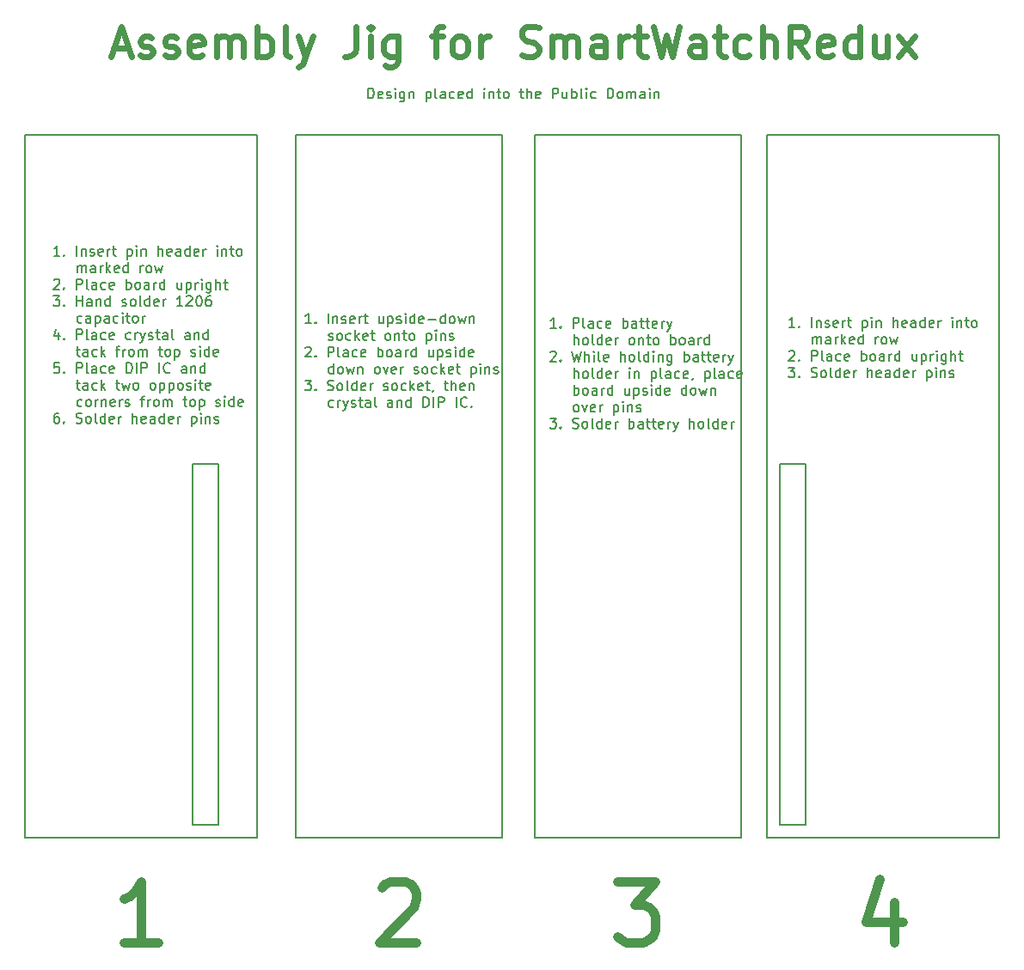
<source format=gto>
%TF.GenerationSoftware,KiCad,Pcbnew,(5.1.9)-1*%
%TF.CreationDate,2021-05-05T18:06:17+08:00*%
%TF.ProjectId,AssemblyBoard,41737365-6d62-46c7-9942-6f6172642e6b,rev?*%
%TF.SameCoordinates,Original*%
%TF.FileFunction,Legend,Top*%
%TF.FilePolarity,Positive*%
%FSLAX46Y46*%
G04 Gerber Fmt 4.6, Leading zero omitted, Abs format (unit mm)*
G04 Created by KiCad (PCBNEW (5.1.9)-1) date 2021-05-05 18:06:17*
%MOMM*%
%LPD*%
G01*
G04 APERTURE LIST*
%ADD10C,0.150000*%
%ADD11C,0.900000*%
%ADD12C,0.600000*%
G04 APERTURE END LIST*
D10*
X138560476Y-56702380D02*
X138560476Y-55702380D01*
X138798571Y-55702380D01*
X138941428Y-55750000D01*
X139036666Y-55845238D01*
X139084285Y-55940476D01*
X139131904Y-56130952D01*
X139131904Y-56273809D01*
X139084285Y-56464285D01*
X139036666Y-56559523D01*
X138941428Y-56654761D01*
X138798571Y-56702380D01*
X138560476Y-56702380D01*
X139941428Y-56654761D02*
X139846190Y-56702380D01*
X139655714Y-56702380D01*
X139560476Y-56654761D01*
X139512857Y-56559523D01*
X139512857Y-56178571D01*
X139560476Y-56083333D01*
X139655714Y-56035714D01*
X139846190Y-56035714D01*
X139941428Y-56083333D01*
X139989047Y-56178571D01*
X139989047Y-56273809D01*
X139512857Y-56369047D01*
X140370000Y-56654761D02*
X140465238Y-56702380D01*
X140655714Y-56702380D01*
X140750952Y-56654761D01*
X140798571Y-56559523D01*
X140798571Y-56511904D01*
X140750952Y-56416666D01*
X140655714Y-56369047D01*
X140512857Y-56369047D01*
X140417619Y-56321428D01*
X140370000Y-56226190D01*
X140370000Y-56178571D01*
X140417619Y-56083333D01*
X140512857Y-56035714D01*
X140655714Y-56035714D01*
X140750952Y-56083333D01*
X141227142Y-56702380D02*
X141227142Y-56035714D01*
X141227142Y-55702380D02*
X141179523Y-55750000D01*
X141227142Y-55797619D01*
X141274761Y-55750000D01*
X141227142Y-55702380D01*
X141227142Y-55797619D01*
X142131904Y-56035714D02*
X142131904Y-56845238D01*
X142084285Y-56940476D01*
X142036666Y-56988095D01*
X141941428Y-57035714D01*
X141798571Y-57035714D01*
X141703333Y-56988095D01*
X142131904Y-56654761D02*
X142036666Y-56702380D01*
X141846190Y-56702380D01*
X141750952Y-56654761D01*
X141703333Y-56607142D01*
X141655714Y-56511904D01*
X141655714Y-56226190D01*
X141703333Y-56130952D01*
X141750952Y-56083333D01*
X141846190Y-56035714D01*
X142036666Y-56035714D01*
X142131904Y-56083333D01*
X142608095Y-56035714D02*
X142608095Y-56702380D01*
X142608095Y-56130952D02*
X142655714Y-56083333D01*
X142750952Y-56035714D01*
X142893809Y-56035714D01*
X142989047Y-56083333D01*
X143036666Y-56178571D01*
X143036666Y-56702380D01*
X144274761Y-56035714D02*
X144274761Y-57035714D01*
X144274761Y-56083333D02*
X144370000Y-56035714D01*
X144560476Y-56035714D01*
X144655714Y-56083333D01*
X144703333Y-56130952D01*
X144750952Y-56226190D01*
X144750952Y-56511904D01*
X144703333Y-56607142D01*
X144655714Y-56654761D01*
X144560476Y-56702380D01*
X144370000Y-56702380D01*
X144274761Y-56654761D01*
X145322380Y-56702380D02*
X145227142Y-56654761D01*
X145179523Y-56559523D01*
X145179523Y-55702380D01*
X146131904Y-56702380D02*
X146131904Y-56178571D01*
X146084285Y-56083333D01*
X145989047Y-56035714D01*
X145798571Y-56035714D01*
X145703333Y-56083333D01*
X146131904Y-56654761D02*
X146036666Y-56702380D01*
X145798571Y-56702380D01*
X145703333Y-56654761D01*
X145655714Y-56559523D01*
X145655714Y-56464285D01*
X145703333Y-56369047D01*
X145798571Y-56321428D01*
X146036666Y-56321428D01*
X146131904Y-56273809D01*
X147036666Y-56654761D02*
X146941428Y-56702380D01*
X146750952Y-56702380D01*
X146655714Y-56654761D01*
X146608095Y-56607142D01*
X146560476Y-56511904D01*
X146560476Y-56226190D01*
X146608095Y-56130952D01*
X146655714Y-56083333D01*
X146750952Y-56035714D01*
X146941428Y-56035714D01*
X147036666Y-56083333D01*
X147846190Y-56654761D02*
X147750952Y-56702380D01*
X147560476Y-56702380D01*
X147465238Y-56654761D01*
X147417619Y-56559523D01*
X147417619Y-56178571D01*
X147465238Y-56083333D01*
X147560476Y-56035714D01*
X147750952Y-56035714D01*
X147846190Y-56083333D01*
X147893809Y-56178571D01*
X147893809Y-56273809D01*
X147417619Y-56369047D01*
X148750952Y-56702380D02*
X148750952Y-55702380D01*
X148750952Y-56654761D02*
X148655714Y-56702380D01*
X148465238Y-56702380D01*
X148370000Y-56654761D01*
X148322380Y-56607142D01*
X148274761Y-56511904D01*
X148274761Y-56226190D01*
X148322380Y-56130952D01*
X148370000Y-56083333D01*
X148465238Y-56035714D01*
X148655714Y-56035714D01*
X148750952Y-56083333D01*
X149989047Y-56702380D02*
X149989047Y-56035714D01*
X149989047Y-55702380D02*
X149941428Y-55750000D01*
X149989047Y-55797619D01*
X150036666Y-55750000D01*
X149989047Y-55702380D01*
X149989047Y-55797619D01*
X150465238Y-56035714D02*
X150465238Y-56702380D01*
X150465238Y-56130952D02*
X150512857Y-56083333D01*
X150608095Y-56035714D01*
X150750952Y-56035714D01*
X150846190Y-56083333D01*
X150893809Y-56178571D01*
X150893809Y-56702380D01*
X151227142Y-56035714D02*
X151608095Y-56035714D01*
X151370000Y-55702380D02*
X151370000Y-56559523D01*
X151417619Y-56654761D01*
X151512857Y-56702380D01*
X151608095Y-56702380D01*
X152084285Y-56702380D02*
X151989047Y-56654761D01*
X151941428Y-56607142D01*
X151893809Y-56511904D01*
X151893809Y-56226190D01*
X151941428Y-56130952D01*
X151989047Y-56083333D01*
X152084285Y-56035714D01*
X152227142Y-56035714D01*
X152322380Y-56083333D01*
X152370000Y-56130952D01*
X152417619Y-56226190D01*
X152417619Y-56511904D01*
X152370000Y-56607142D01*
X152322380Y-56654761D01*
X152227142Y-56702380D01*
X152084285Y-56702380D01*
X153465238Y-56035714D02*
X153846190Y-56035714D01*
X153608095Y-55702380D02*
X153608095Y-56559523D01*
X153655714Y-56654761D01*
X153750952Y-56702380D01*
X153846190Y-56702380D01*
X154179523Y-56702380D02*
X154179523Y-55702380D01*
X154608095Y-56702380D02*
X154608095Y-56178571D01*
X154560476Y-56083333D01*
X154465238Y-56035714D01*
X154322380Y-56035714D01*
X154227142Y-56083333D01*
X154179523Y-56130952D01*
X155465238Y-56654761D02*
X155370000Y-56702380D01*
X155179523Y-56702380D01*
X155084285Y-56654761D01*
X155036666Y-56559523D01*
X155036666Y-56178571D01*
X155084285Y-56083333D01*
X155179523Y-56035714D01*
X155370000Y-56035714D01*
X155465238Y-56083333D01*
X155512857Y-56178571D01*
X155512857Y-56273809D01*
X155036666Y-56369047D01*
X156703333Y-56702380D02*
X156703333Y-55702380D01*
X157084285Y-55702380D01*
X157179523Y-55750000D01*
X157227142Y-55797619D01*
X157274761Y-55892857D01*
X157274761Y-56035714D01*
X157227142Y-56130952D01*
X157179523Y-56178571D01*
X157084285Y-56226190D01*
X156703333Y-56226190D01*
X158131904Y-56035714D02*
X158131904Y-56702380D01*
X157703333Y-56035714D02*
X157703333Y-56559523D01*
X157750952Y-56654761D01*
X157846190Y-56702380D01*
X157989047Y-56702380D01*
X158084285Y-56654761D01*
X158131904Y-56607142D01*
X158608095Y-56702380D02*
X158608095Y-55702380D01*
X158608095Y-56083333D02*
X158703333Y-56035714D01*
X158893809Y-56035714D01*
X158989047Y-56083333D01*
X159036666Y-56130952D01*
X159084285Y-56226190D01*
X159084285Y-56511904D01*
X159036666Y-56607142D01*
X158989047Y-56654761D01*
X158893809Y-56702380D01*
X158703333Y-56702380D01*
X158608095Y-56654761D01*
X159655714Y-56702380D02*
X159560476Y-56654761D01*
X159512857Y-56559523D01*
X159512857Y-55702380D01*
X160036666Y-56702380D02*
X160036666Y-56035714D01*
X160036666Y-55702380D02*
X159989047Y-55750000D01*
X160036666Y-55797619D01*
X160084285Y-55750000D01*
X160036666Y-55702380D01*
X160036666Y-55797619D01*
X160941428Y-56654761D02*
X160846190Y-56702380D01*
X160655714Y-56702380D01*
X160560476Y-56654761D01*
X160512857Y-56607142D01*
X160465238Y-56511904D01*
X160465238Y-56226190D01*
X160512857Y-56130952D01*
X160560476Y-56083333D01*
X160655714Y-56035714D01*
X160846190Y-56035714D01*
X160941428Y-56083333D01*
X162131904Y-56702380D02*
X162131904Y-55702380D01*
X162370000Y-55702380D01*
X162512857Y-55750000D01*
X162608095Y-55845238D01*
X162655714Y-55940476D01*
X162703333Y-56130952D01*
X162703333Y-56273809D01*
X162655714Y-56464285D01*
X162608095Y-56559523D01*
X162512857Y-56654761D01*
X162370000Y-56702380D01*
X162131904Y-56702380D01*
X163274761Y-56702380D02*
X163179523Y-56654761D01*
X163131904Y-56607142D01*
X163084285Y-56511904D01*
X163084285Y-56226190D01*
X163131904Y-56130952D01*
X163179523Y-56083333D01*
X163274761Y-56035714D01*
X163417619Y-56035714D01*
X163512857Y-56083333D01*
X163560476Y-56130952D01*
X163608095Y-56226190D01*
X163608095Y-56511904D01*
X163560476Y-56607142D01*
X163512857Y-56654761D01*
X163417619Y-56702380D01*
X163274761Y-56702380D01*
X164036666Y-56702380D02*
X164036666Y-56035714D01*
X164036666Y-56130952D02*
X164084285Y-56083333D01*
X164179523Y-56035714D01*
X164322380Y-56035714D01*
X164417619Y-56083333D01*
X164465238Y-56178571D01*
X164465238Y-56702380D01*
X164465238Y-56178571D02*
X164512857Y-56083333D01*
X164608095Y-56035714D01*
X164750952Y-56035714D01*
X164846190Y-56083333D01*
X164893809Y-56178571D01*
X164893809Y-56702380D01*
X165798571Y-56702380D02*
X165798571Y-56178571D01*
X165750952Y-56083333D01*
X165655714Y-56035714D01*
X165465238Y-56035714D01*
X165370000Y-56083333D01*
X165798571Y-56654761D02*
X165703333Y-56702380D01*
X165465238Y-56702380D01*
X165370000Y-56654761D01*
X165322380Y-56559523D01*
X165322380Y-56464285D01*
X165370000Y-56369047D01*
X165465238Y-56321428D01*
X165703333Y-56321428D01*
X165798571Y-56273809D01*
X166274761Y-56702380D02*
X166274761Y-56035714D01*
X166274761Y-55702380D02*
X166227142Y-55750000D01*
X166274761Y-55797619D01*
X166322380Y-55750000D01*
X166274761Y-55702380D01*
X166274761Y-55797619D01*
X166750952Y-56035714D02*
X166750952Y-56702380D01*
X166750952Y-56130952D02*
X166798571Y-56083333D01*
X166893809Y-56035714D01*
X167036666Y-56035714D01*
X167131904Y-56083333D01*
X167179523Y-56178571D01*
X167179523Y-56702380D01*
X200660000Y-60325000D02*
X200660000Y-129540000D01*
X177800000Y-60325000D02*
X200660000Y-60325000D01*
X177800000Y-129540000D02*
X177800000Y-60325000D01*
X200660000Y-129540000D02*
X177800000Y-129540000D01*
X154940000Y-129540000D02*
X175260000Y-129540000D01*
X175260000Y-60325000D02*
X154940000Y-60325000D01*
X175260000Y-129540000D02*
X175260000Y-60325000D01*
X154940000Y-60325000D02*
X154940000Y-129540000D01*
X151765000Y-60325000D02*
X131445000Y-60325000D01*
X151765000Y-129540000D02*
X151765000Y-60325000D01*
X131445000Y-129540000D02*
X151765000Y-129540000D01*
X131445000Y-60325000D02*
X131445000Y-129540000D01*
X127635000Y-60325000D02*
X127635000Y-129540000D01*
X104775000Y-60325000D02*
X127635000Y-60325000D01*
X104775000Y-129540000D02*
X104775000Y-60325000D01*
X127635000Y-129540000D02*
X104775000Y-129540000D01*
X180564404Y-79257380D02*
X179992976Y-79257380D01*
X180278690Y-79257380D02*
X180278690Y-78257380D01*
X180183452Y-78400238D01*
X180088214Y-78495476D01*
X179992976Y-78543095D01*
X180992976Y-79162142D02*
X181040595Y-79209761D01*
X180992976Y-79257380D01*
X180945357Y-79209761D01*
X180992976Y-79162142D01*
X180992976Y-79257380D01*
X182231071Y-79257380D02*
X182231071Y-78257380D01*
X182707261Y-78590714D02*
X182707261Y-79257380D01*
X182707261Y-78685952D02*
X182754880Y-78638333D01*
X182850119Y-78590714D01*
X182992976Y-78590714D01*
X183088214Y-78638333D01*
X183135833Y-78733571D01*
X183135833Y-79257380D01*
X183564404Y-79209761D02*
X183659642Y-79257380D01*
X183850119Y-79257380D01*
X183945357Y-79209761D01*
X183992976Y-79114523D01*
X183992976Y-79066904D01*
X183945357Y-78971666D01*
X183850119Y-78924047D01*
X183707261Y-78924047D01*
X183612023Y-78876428D01*
X183564404Y-78781190D01*
X183564404Y-78733571D01*
X183612023Y-78638333D01*
X183707261Y-78590714D01*
X183850119Y-78590714D01*
X183945357Y-78638333D01*
X184802500Y-79209761D02*
X184707261Y-79257380D01*
X184516785Y-79257380D01*
X184421547Y-79209761D01*
X184373928Y-79114523D01*
X184373928Y-78733571D01*
X184421547Y-78638333D01*
X184516785Y-78590714D01*
X184707261Y-78590714D01*
X184802500Y-78638333D01*
X184850119Y-78733571D01*
X184850119Y-78828809D01*
X184373928Y-78924047D01*
X185278690Y-79257380D02*
X185278690Y-78590714D01*
X185278690Y-78781190D02*
X185326309Y-78685952D01*
X185373928Y-78638333D01*
X185469166Y-78590714D01*
X185564404Y-78590714D01*
X185754880Y-78590714D02*
X186135833Y-78590714D01*
X185897738Y-78257380D02*
X185897738Y-79114523D01*
X185945357Y-79209761D01*
X186040595Y-79257380D01*
X186135833Y-79257380D01*
X187231071Y-78590714D02*
X187231071Y-79590714D01*
X187231071Y-78638333D02*
X187326309Y-78590714D01*
X187516785Y-78590714D01*
X187612023Y-78638333D01*
X187659642Y-78685952D01*
X187707261Y-78781190D01*
X187707261Y-79066904D01*
X187659642Y-79162142D01*
X187612023Y-79209761D01*
X187516785Y-79257380D01*
X187326309Y-79257380D01*
X187231071Y-79209761D01*
X188135833Y-79257380D02*
X188135833Y-78590714D01*
X188135833Y-78257380D02*
X188088214Y-78305000D01*
X188135833Y-78352619D01*
X188183452Y-78305000D01*
X188135833Y-78257380D01*
X188135833Y-78352619D01*
X188612023Y-78590714D02*
X188612023Y-79257380D01*
X188612023Y-78685952D02*
X188659642Y-78638333D01*
X188754880Y-78590714D01*
X188897738Y-78590714D01*
X188992976Y-78638333D01*
X189040595Y-78733571D01*
X189040595Y-79257380D01*
X190278690Y-79257380D02*
X190278690Y-78257380D01*
X190707261Y-79257380D02*
X190707261Y-78733571D01*
X190659642Y-78638333D01*
X190564404Y-78590714D01*
X190421547Y-78590714D01*
X190326309Y-78638333D01*
X190278690Y-78685952D01*
X191564404Y-79209761D02*
X191469166Y-79257380D01*
X191278690Y-79257380D01*
X191183452Y-79209761D01*
X191135833Y-79114523D01*
X191135833Y-78733571D01*
X191183452Y-78638333D01*
X191278690Y-78590714D01*
X191469166Y-78590714D01*
X191564404Y-78638333D01*
X191612023Y-78733571D01*
X191612023Y-78828809D01*
X191135833Y-78924047D01*
X192469166Y-79257380D02*
X192469166Y-78733571D01*
X192421547Y-78638333D01*
X192326309Y-78590714D01*
X192135833Y-78590714D01*
X192040595Y-78638333D01*
X192469166Y-79209761D02*
X192373928Y-79257380D01*
X192135833Y-79257380D01*
X192040595Y-79209761D01*
X191992976Y-79114523D01*
X191992976Y-79019285D01*
X192040595Y-78924047D01*
X192135833Y-78876428D01*
X192373928Y-78876428D01*
X192469166Y-78828809D01*
X193373928Y-79257380D02*
X193373928Y-78257380D01*
X193373928Y-79209761D02*
X193278690Y-79257380D01*
X193088214Y-79257380D01*
X192992976Y-79209761D01*
X192945357Y-79162142D01*
X192897738Y-79066904D01*
X192897738Y-78781190D01*
X192945357Y-78685952D01*
X192992976Y-78638333D01*
X193088214Y-78590714D01*
X193278690Y-78590714D01*
X193373928Y-78638333D01*
X194231071Y-79209761D02*
X194135833Y-79257380D01*
X193945357Y-79257380D01*
X193850119Y-79209761D01*
X193802500Y-79114523D01*
X193802500Y-78733571D01*
X193850119Y-78638333D01*
X193945357Y-78590714D01*
X194135833Y-78590714D01*
X194231071Y-78638333D01*
X194278690Y-78733571D01*
X194278690Y-78828809D01*
X193802500Y-78924047D01*
X194707261Y-79257380D02*
X194707261Y-78590714D01*
X194707261Y-78781190D02*
X194754880Y-78685952D01*
X194802500Y-78638333D01*
X194897738Y-78590714D01*
X194992976Y-78590714D01*
X196088214Y-79257380D02*
X196088214Y-78590714D01*
X196088214Y-78257380D02*
X196040595Y-78305000D01*
X196088214Y-78352619D01*
X196135833Y-78305000D01*
X196088214Y-78257380D01*
X196088214Y-78352619D01*
X196564404Y-78590714D02*
X196564404Y-79257380D01*
X196564404Y-78685952D02*
X196612023Y-78638333D01*
X196707261Y-78590714D01*
X196850119Y-78590714D01*
X196945357Y-78638333D01*
X196992976Y-78733571D01*
X196992976Y-79257380D01*
X197326309Y-78590714D02*
X197707261Y-78590714D01*
X197469166Y-78257380D02*
X197469166Y-79114523D01*
X197516785Y-79209761D01*
X197612023Y-79257380D01*
X197707261Y-79257380D01*
X198183452Y-79257380D02*
X198088214Y-79209761D01*
X198040595Y-79162142D01*
X197992976Y-79066904D01*
X197992976Y-78781190D01*
X198040595Y-78685952D01*
X198088214Y-78638333D01*
X198183452Y-78590714D01*
X198326309Y-78590714D01*
X198421547Y-78638333D01*
X198469166Y-78685952D01*
X198516785Y-78781190D01*
X198516785Y-79066904D01*
X198469166Y-79162142D01*
X198421547Y-79209761D01*
X198326309Y-79257380D01*
X198183452Y-79257380D01*
X182326309Y-80907380D02*
X182326309Y-80240714D01*
X182326309Y-80335952D02*
X182373928Y-80288333D01*
X182469166Y-80240714D01*
X182612023Y-80240714D01*
X182707261Y-80288333D01*
X182754880Y-80383571D01*
X182754880Y-80907380D01*
X182754880Y-80383571D02*
X182802500Y-80288333D01*
X182897738Y-80240714D01*
X183040595Y-80240714D01*
X183135833Y-80288333D01*
X183183452Y-80383571D01*
X183183452Y-80907380D01*
X184088214Y-80907380D02*
X184088214Y-80383571D01*
X184040595Y-80288333D01*
X183945357Y-80240714D01*
X183754880Y-80240714D01*
X183659642Y-80288333D01*
X184088214Y-80859761D02*
X183992976Y-80907380D01*
X183754880Y-80907380D01*
X183659642Y-80859761D01*
X183612023Y-80764523D01*
X183612023Y-80669285D01*
X183659642Y-80574047D01*
X183754880Y-80526428D01*
X183992976Y-80526428D01*
X184088214Y-80478809D01*
X184564404Y-80907380D02*
X184564404Y-80240714D01*
X184564404Y-80431190D02*
X184612023Y-80335952D01*
X184659642Y-80288333D01*
X184754880Y-80240714D01*
X184850119Y-80240714D01*
X185183452Y-80907380D02*
X185183452Y-79907380D01*
X185278690Y-80526428D02*
X185564404Y-80907380D01*
X185564404Y-80240714D02*
X185183452Y-80621666D01*
X186373928Y-80859761D02*
X186278690Y-80907380D01*
X186088214Y-80907380D01*
X185992976Y-80859761D01*
X185945357Y-80764523D01*
X185945357Y-80383571D01*
X185992976Y-80288333D01*
X186088214Y-80240714D01*
X186278690Y-80240714D01*
X186373928Y-80288333D01*
X186421547Y-80383571D01*
X186421547Y-80478809D01*
X185945357Y-80574047D01*
X187278690Y-80907380D02*
X187278690Y-79907380D01*
X187278690Y-80859761D02*
X187183452Y-80907380D01*
X186992976Y-80907380D01*
X186897738Y-80859761D01*
X186850119Y-80812142D01*
X186802500Y-80716904D01*
X186802500Y-80431190D01*
X186850119Y-80335952D01*
X186897738Y-80288333D01*
X186992976Y-80240714D01*
X187183452Y-80240714D01*
X187278690Y-80288333D01*
X188516785Y-80907380D02*
X188516785Y-80240714D01*
X188516785Y-80431190D02*
X188564404Y-80335952D01*
X188612023Y-80288333D01*
X188707261Y-80240714D01*
X188802500Y-80240714D01*
X189278690Y-80907380D02*
X189183452Y-80859761D01*
X189135833Y-80812142D01*
X189088214Y-80716904D01*
X189088214Y-80431190D01*
X189135833Y-80335952D01*
X189183452Y-80288333D01*
X189278690Y-80240714D01*
X189421547Y-80240714D01*
X189516785Y-80288333D01*
X189564404Y-80335952D01*
X189612023Y-80431190D01*
X189612023Y-80716904D01*
X189564404Y-80812142D01*
X189516785Y-80859761D01*
X189421547Y-80907380D01*
X189278690Y-80907380D01*
X189945357Y-80240714D02*
X190135833Y-80907380D01*
X190326309Y-80431190D01*
X190516785Y-80907380D01*
X190707261Y-80240714D01*
X179992976Y-81652619D02*
X180040595Y-81605000D01*
X180135833Y-81557380D01*
X180373928Y-81557380D01*
X180469166Y-81605000D01*
X180516785Y-81652619D01*
X180564404Y-81747857D01*
X180564404Y-81843095D01*
X180516785Y-81985952D01*
X179945357Y-82557380D01*
X180564404Y-82557380D01*
X180992976Y-82462142D02*
X181040595Y-82509761D01*
X180992976Y-82557380D01*
X180945357Y-82509761D01*
X180992976Y-82462142D01*
X180992976Y-82557380D01*
X182231071Y-82557380D02*
X182231071Y-81557380D01*
X182612023Y-81557380D01*
X182707261Y-81605000D01*
X182754880Y-81652619D01*
X182802500Y-81747857D01*
X182802500Y-81890714D01*
X182754880Y-81985952D01*
X182707261Y-82033571D01*
X182612023Y-82081190D01*
X182231071Y-82081190D01*
X183373928Y-82557380D02*
X183278690Y-82509761D01*
X183231071Y-82414523D01*
X183231071Y-81557380D01*
X184183452Y-82557380D02*
X184183452Y-82033571D01*
X184135833Y-81938333D01*
X184040595Y-81890714D01*
X183850119Y-81890714D01*
X183754880Y-81938333D01*
X184183452Y-82509761D02*
X184088214Y-82557380D01*
X183850119Y-82557380D01*
X183754880Y-82509761D01*
X183707261Y-82414523D01*
X183707261Y-82319285D01*
X183754880Y-82224047D01*
X183850119Y-82176428D01*
X184088214Y-82176428D01*
X184183452Y-82128809D01*
X185088214Y-82509761D02*
X184992976Y-82557380D01*
X184802500Y-82557380D01*
X184707261Y-82509761D01*
X184659642Y-82462142D01*
X184612023Y-82366904D01*
X184612023Y-82081190D01*
X184659642Y-81985952D01*
X184707261Y-81938333D01*
X184802500Y-81890714D01*
X184992976Y-81890714D01*
X185088214Y-81938333D01*
X185897738Y-82509761D02*
X185802500Y-82557380D01*
X185612023Y-82557380D01*
X185516785Y-82509761D01*
X185469166Y-82414523D01*
X185469166Y-82033571D01*
X185516785Y-81938333D01*
X185612023Y-81890714D01*
X185802500Y-81890714D01*
X185897738Y-81938333D01*
X185945357Y-82033571D01*
X185945357Y-82128809D01*
X185469166Y-82224047D01*
X187135833Y-82557380D02*
X187135833Y-81557380D01*
X187135833Y-81938333D02*
X187231071Y-81890714D01*
X187421547Y-81890714D01*
X187516785Y-81938333D01*
X187564404Y-81985952D01*
X187612023Y-82081190D01*
X187612023Y-82366904D01*
X187564404Y-82462142D01*
X187516785Y-82509761D01*
X187421547Y-82557380D01*
X187231071Y-82557380D01*
X187135833Y-82509761D01*
X188183452Y-82557380D02*
X188088214Y-82509761D01*
X188040595Y-82462142D01*
X187992976Y-82366904D01*
X187992976Y-82081190D01*
X188040595Y-81985952D01*
X188088214Y-81938333D01*
X188183452Y-81890714D01*
X188326309Y-81890714D01*
X188421547Y-81938333D01*
X188469166Y-81985952D01*
X188516785Y-82081190D01*
X188516785Y-82366904D01*
X188469166Y-82462142D01*
X188421547Y-82509761D01*
X188326309Y-82557380D01*
X188183452Y-82557380D01*
X189373928Y-82557380D02*
X189373928Y-82033571D01*
X189326309Y-81938333D01*
X189231071Y-81890714D01*
X189040595Y-81890714D01*
X188945357Y-81938333D01*
X189373928Y-82509761D02*
X189278690Y-82557380D01*
X189040595Y-82557380D01*
X188945357Y-82509761D01*
X188897738Y-82414523D01*
X188897738Y-82319285D01*
X188945357Y-82224047D01*
X189040595Y-82176428D01*
X189278690Y-82176428D01*
X189373928Y-82128809D01*
X189850119Y-82557380D02*
X189850119Y-81890714D01*
X189850119Y-82081190D02*
X189897738Y-81985952D01*
X189945357Y-81938333D01*
X190040595Y-81890714D01*
X190135833Y-81890714D01*
X190897738Y-82557380D02*
X190897738Y-81557380D01*
X190897738Y-82509761D02*
X190802500Y-82557380D01*
X190612023Y-82557380D01*
X190516785Y-82509761D01*
X190469166Y-82462142D01*
X190421547Y-82366904D01*
X190421547Y-82081190D01*
X190469166Y-81985952D01*
X190516785Y-81938333D01*
X190612023Y-81890714D01*
X190802500Y-81890714D01*
X190897738Y-81938333D01*
X192564404Y-81890714D02*
X192564404Y-82557380D01*
X192135833Y-81890714D02*
X192135833Y-82414523D01*
X192183452Y-82509761D01*
X192278690Y-82557380D01*
X192421547Y-82557380D01*
X192516785Y-82509761D01*
X192564404Y-82462142D01*
X193040595Y-81890714D02*
X193040595Y-82890714D01*
X193040595Y-81938333D02*
X193135833Y-81890714D01*
X193326309Y-81890714D01*
X193421547Y-81938333D01*
X193469166Y-81985952D01*
X193516785Y-82081190D01*
X193516785Y-82366904D01*
X193469166Y-82462142D01*
X193421547Y-82509761D01*
X193326309Y-82557380D01*
X193135833Y-82557380D01*
X193040595Y-82509761D01*
X193945357Y-82557380D02*
X193945357Y-81890714D01*
X193945357Y-82081190D02*
X193992976Y-81985952D01*
X194040595Y-81938333D01*
X194135833Y-81890714D01*
X194231071Y-81890714D01*
X194564404Y-82557380D02*
X194564404Y-81890714D01*
X194564404Y-81557380D02*
X194516785Y-81605000D01*
X194564404Y-81652619D01*
X194612023Y-81605000D01*
X194564404Y-81557380D01*
X194564404Y-81652619D01*
X195469166Y-81890714D02*
X195469166Y-82700238D01*
X195421547Y-82795476D01*
X195373928Y-82843095D01*
X195278690Y-82890714D01*
X195135833Y-82890714D01*
X195040595Y-82843095D01*
X195469166Y-82509761D02*
X195373928Y-82557380D01*
X195183452Y-82557380D01*
X195088214Y-82509761D01*
X195040595Y-82462142D01*
X194992976Y-82366904D01*
X194992976Y-82081190D01*
X195040595Y-81985952D01*
X195088214Y-81938333D01*
X195183452Y-81890714D01*
X195373928Y-81890714D01*
X195469166Y-81938333D01*
X195945357Y-82557380D02*
X195945357Y-81557380D01*
X196373928Y-82557380D02*
X196373928Y-82033571D01*
X196326309Y-81938333D01*
X196231071Y-81890714D01*
X196088214Y-81890714D01*
X195992976Y-81938333D01*
X195945357Y-81985952D01*
X196707261Y-81890714D02*
X197088214Y-81890714D01*
X196850119Y-81557380D02*
X196850119Y-82414523D01*
X196897738Y-82509761D01*
X196992976Y-82557380D01*
X197088214Y-82557380D01*
X179945357Y-83207380D02*
X180564404Y-83207380D01*
X180231071Y-83588333D01*
X180373928Y-83588333D01*
X180469166Y-83635952D01*
X180516785Y-83683571D01*
X180564404Y-83778809D01*
X180564404Y-84016904D01*
X180516785Y-84112142D01*
X180469166Y-84159761D01*
X180373928Y-84207380D01*
X180088214Y-84207380D01*
X179992976Y-84159761D01*
X179945357Y-84112142D01*
X180992976Y-84112142D02*
X181040595Y-84159761D01*
X180992976Y-84207380D01*
X180945357Y-84159761D01*
X180992976Y-84112142D01*
X180992976Y-84207380D01*
X182183452Y-84159761D02*
X182326309Y-84207380D01*
X182564404Y-84207380D01*
X182659642Y-84159761D01*
X182707261Y-84112142D01*
X182754880Y-84016904D01*
X182754880Y-83921666D01*
X182707261Y-83826428D01*
X182659642Y-83778809D01*
X182564404Y-83731190D01*
X182373928Y-83683571D01*
X182278690Y-83635952D01*
X182231071Y-83588333D01*
X182183452Y-83493095D01*
X182183452Y-83397857D01*
X182231071Y-83302619D01*
X182278690Y-83255000D01*
X182373928Y-83207380D01*
X182612023Y-83207380D01*
X182754880Y-83255000D01*
X183326309Y-84207380D02*
X183231071Y-84159761D01*
X183183452Y-84112142D01*
X183135833Y-84016904D01*
X183135833Y-83731190D01*
X183183452Y-83635952D01*
X183231071Y-83588333D01*
X183326309Y-83540714D01*
X183469166Y-83540714D01*
X183564404Y-83588333D01*
X183612023Y-83635952D01*
X183659642Y-83731190D01*
X183659642Y-84016904D01*
X183612023Y-84112142D01*
X183564404Y-84159761D01*
X183469166Y-84207380D01*
X183326309Y-84207380D01*
X184231071Y-84207380D02*
X184135833Y-84159761D01*
X184088214Y-84064523D01*
X184088214Y-83207380D01*
X185040595Y-84207380D02*
X185040595Y-83207380D01*
X185040595Y-84159761D02*
X184945357Y-84207380D01*
X184754880Y-84207380D01*
X184659642Y-84159761D01*
X184612023Y-84112142D01*
X184564404Y-84016904D01*
X184564404Y-83731190D01*
X184612023Y-83635952D01*
X184659642Y-83588333D01*
X184754880Y-83540714D01*
X184945357Y-83540714D01*
X185040595Y-83588333D01*
X185897738Y-84159761D02*
X185802500Y-84207380D01*
X185612023Y-84207380D01*
X185516785Y-84159761D01*
X185469166Y-84064523D01*
X185469166Y-83683571D01*
X185516785Y-83588333D01*
X185612023Y-83540714D01*
X185802500Y-83540714D01*
X185897738Y-83588333D01*
X185945357Y-83683571D01*
X185945357Y-83778809D01*
X185469166Y-83874047D01*
X186373928Y-84207380D02*
X186373928Y-83540714D01*
X186373928Y-83731190D02*
X186421547Y-83635952D01*
X186469166Y-83588333D01*
X186564404Y-83540714D01*
X186659642Y-83540714D01*
X187754880Y-84207380D02*
X187754880Y-83207380D01*
X188183452Y-84207380D02*
X188183452Y-83683571D01*
X188135833Y-83588333D01*
X188040595Y-83540714D01*
X187897738Y-83540714D01*
X187802500Y-83588333D01*
X187754880Y-83635952D01*
X189040595Y-84159761D02*
X188945357Y-84207380D01*
X188754880Y-84207380D01*
X188659642Y-84159761D01*
X188612023Y-84064523D01*
X188612023Y-83683571D01*
X188659642Y-83588333D01*
X188754880Y-83540714D01*
X188945357Y-83540714D01*
X189040595Y-83588333D01*
X189088214Y-83683571D01*
X189088214Y-83778809D01*
X188612023Y-83874047D01*
X189945357Y-84207380D02*
X189945357Y-83683571D01*
X189897738Y-83588333D01*
X189802500Y-83540714D01*
X189612023Y-83540714D01*
X189516785Y-83588333D01*
X189945357Y-84159761D02*
X189850119Y-84207380D01*
X189612023Y-84207380D01*
X189516785Y-84159761D01*
X189469166Y-84064523D01*
X189469166Y-83969285D01*
X189516785Y-83874047D01*
X189612023Y-83826428D01*
X189850119Y-83826428D01*
X189945357Y-83778809D01*
X190850119Y-84207380D02*
X190850119Y-83207380D01*
X190850119Y-84159761D02*
X190754880Y-84207380D01*
X190564404Y-84207380D01*
X190469166Y-84159761D01*
X190421547Y-84112142D01*
X190373928Y-84016904D01*
X190373928Y-83731190D01*
X190421547Y-83635952D01*
X190469166Y-83588333D01*
X190564404Y-83540714D01*
X190754880Y-83540714D01*
X190850119Y-83588333D01*
X191707261Y-84159761D02*
X191612023Y-84207380D01*
X191421547Y-84207380D01*
X191326309Y-84159761D01*
X191278690Y-84064523D01*
X191278690Y-83683571D01*
X191326309Y-83588333D01*
X191421547Y-83540714D01*
X191612023Y-83540714D01*
X191707261Y-83588333D01*
X191754880Y-83683571D01*
X191754880Y-83778809D01*
X191278690Y-83874047D01*
X192183452Y-84207380D02*
X192183452Y-83540714D01*
X192183452Y-83731190D02*
X192231071Y-83635952D01*
X192278690Y-83588333D01*
X192373928Y-83540714D01*
X192469166Y-83540714D01*
X193564404Y-83540714D02*
X193564404Y-84540714D01*
X193564404Y-83588333D02*
X193659642Y-83540714D01*
X193850119Y-83540714D01*
X193945357Y-83588333D01*
X193992976Y-83635952D01*
X194040595Y-83731190D01*
X194040595Y-84016904D01*
X193992976Y-84112142D01*
X193945357Y-84159761D01*
X193850119Y-84207380D01*
X193659642Y-84207380D01*
X193564404Y-84159761D01*
X194469166Y-84207380D02*
X194469166Y-83540714D01*
X194469166Y-83207380D02*
X194421547Y-83255000D01*
X194469166Y-83302619D01*
X194516785Y-83255000D01*
X194469166Y-83207380D01*
X194469166Y-83302619D01*
X194945357Y-83540714D02*
X194945357Y-84207380D01*
X194945357Y-83635952D02*
X194992976Y-83588333D01*
X195088214Y-83540714D01*
X195231071Y-83540714D01*
X195326309Y-83588333D01*
X195373928Y-83683571D01*
X195373928Y-84207380D01*
X195802500Y-84159761D02*
X195897738Y-84207380D01*
X196088214Y-84207380D01*
X196183452Y-84159761D01*
X196231071Y-84064523D01*
X196231071Y-84016904D01*
X196183452Y-83921666D01*
X196088214Y-83874047D01*
X195945357Y-83874047D01*
X195850119Y-83826428D01*
X195802500Y-83731190D01*
X195802500Y-83683571D01*
X195850119Y-83588333D01*
X195945357Y-83540714D01*
X196088214Y-83540714D01*
X196183452Y-83588333D01*
X179070000Y-128270000D02*
X179070000Y-92710000D01*
X181610000Y-128270000D02*
X179070000Y-128270000D01*
X181610000Y-92710000D02*
X181610000Y-128270000D01*
X179070000Y-92710000D02*
X181610000Y-92710000D01*
X157069404Y-79322380D02*
X156497976Y-79322380D01*
X156783690Y-79322380D02*
X156783690Y-78322380D01*
X156688452Y-78465238D01*
X156593214Y-78560476D01*
X156497976Y-78608095D01*
X157497976Y-79227142D02*
X157545595Y-79274761D01*
X157497976Y-79322380D01*
X157450357Y-79274761D01*
X157497976Y-79227142D01*
X157497976Y-79322380D01*
X158736071Y-79322380D02*
X158736071Y-78322380D01*
X159117023Y-78322380D01*
X159212261Y-78370000D01*
X159259880Y-78417619D01*
X159307500Y-78512857D01*
X159307500Y-78655714D01*
X159259880Y-78750952D01*
X159212261Y-78798571D01*
X159117023Y-78846190D01*
X158736071Y-78846190D01*
X159878928Y-79322380D02*
X159783690Y-79274761D01*
X159736071Y-79179523D01*
X159736071Y-78322380D01*
X160688452Y-79322380D02*
X160688452Y-78798571D01*
X160640833Y-78703333D01*
X160545595Y-78655714D01*
X160355119Y-78655714D01*
X160259880Y-78703333D01*
X160688452Y-79274761D02*
X160593214Y-79322380D01*
X160355119Y-79322380D01*
X160259880Y-79274761D01*
X160212261Y-79179523D01*
X160212261Y-79084285D01*
X160259880Y-78989047D01*
X160355119Y-78941428D01*
X160593214Y-78941428D01*
X160688452Y-78893809D01*
X161593214Y-79274761D02*
X161497976Y-79322380D01*
X161307500Y-79322380D01*
X161212261Y-79274761D01*
X161164642Y-79227142D01*
X161117023Y-79131904D01*
X161117023Y-78846190D01*
X161164642Y-78750952D01*
X161212261Y-78703333D01*
X161307500Y-78655714D01*
X161497976Y-78655714D01*
X161593214Y-78703333D01*
X162402738Y-79274761D02*
X162307500Y-79322380D01*
X162117023Y-79322380D01*
X162021785Y-79274761D01*
X161974166Y-79179523D01*
X161974166Y-78798571D01*
X162021785Y-78703333D01*
X162117023Y-78655714D01*
X162307500Y-78655714D01*
X162402738Y-78703333D01*
X162450357Y-78798571D01*
X162450357Y-78893809D01*
X161974166Y-78989047D01*
X163640833Y-79322380D02*
X163640833Y-78322380D01*
X163640833Y-78703333D02*
X163736071Y-78655714D01*
X163926547Y-78655714D01*
X164021785Y-78703333D01*
X164069404Y-78750952D01*
X164117023Y-78846190D01*
X164117023Y-79131904D01*
X164069404Y-79227142D01*
X164021785Y-79274761D01*
X163926547Y-79322380D01*
X163736071Y-79322380D01*
X163640833Y-79274761D01*
X164974166Y-79322380D02*
X164974166Y-78798571D01*
X164926547Y-78703333D01*
X164831309Y-78655714D01*
X164640833Y-78655714D01*
X164545595Y-78703333D01*
X164974166Y-79274761D02*
X164878928Y-79322380D01*
X164640833Y-79322380D01*
X164545595Y-79274761D01*
X164497976Y-79179523D01*
X164497976Y-79084285D01*
X164545595Y-78989047D01*
X164640833Y-78941428D01*
X164878928Y-78941428D01*
X164974166Y-78893809D01*
X165307500Y-78655714D02*
X165688452Y-78655714D01*
X165450357Y-78322380D02*
X165450357Y-79179523D01*
X165497976Y-79274761D01*
X165593214Y-79322380D01*
X165688452Y-79322380D01*
X165878928Y-78655714D02*
X166259880Y-78655714D01*
X166021785Y-78322380D02*
X166021785Y-79179523D01*
X166069404Y-79274761D01*
X166164642Y-79322380D01*
X166259880Y-79322380D01*
X166974166Y-79274761D02*
X166878928Y-79322380D01*
X166688452Y-79322380D01*
X166593214Y-79274761D01*
X166545595Y-79179523D01*
X166545595Y-78798571D01*
X166593214Y-78703333D01*
X166688452Y-78655714D01*
X166878928Y-78655714D01*
X166974166Y-78703333D01*
X167021785Y-78798571D01*
X167021785Y-78893809D01*
X166545595Y-78989047D01*
X167450357Y-79322380D02*
X167450357Y-78655714D01*
X167450357Y-78846190D02*
X167497976Y-78750952D01*
X167545595Y-78703333D01*
X167640833Y-78655714D01*
X167736071Y-78655714D01*
X167974166Y-78655714D02*
X168212261Y-79322380D01*
X168450357Y-78655714D02*
X168212261Y-79322380D01*
X168117023Y-79560476D01*
X168069404Y-79608095D01*
X167974166Y-79655714D01*
X158831309Y-80972380D02*
X158831309Y-79972380D01*
X159259880Y-80972380D02*
X159259880Y-80448571D01*
X159212261Y-80353333D01*
X159117023Y-80305714D01*
X158974166Y-80305714D01*
X158878928Y-80353333D01*
X158831309Y-80400952D01*
X159878928Y-80972380D02*
X159783690Y-80924761D01*
X159736071Y-80877142D01*
X159688452Y-80781904D01*
X159688452Y-80496190D01*
X159736071Y-80400952D01*
X159783690Y-80353333D01*
X159878928Y-80305714D01*
X160021785Y-80305714D01*
X160117023Y-80353333D01*
X160164642Y-80400952D01*
X160212261Y-80496190D01*
X160212261Y-80781904D01*
X160164642Y-80877142D01*
X160117023Y-80924761D01*
X160021785Y-80972380D01*
X159878928Y-80972380D01*
X160783690Y-80972380D02*
X160688452Y-80924761D01*
X160640833Y-80829523D01*
X160640833Y-79972380D01*
X161593214Y-80972380D02*
X161593214Y-79972380D01*
X161593214Y-80924761D02*
X161497976Y-80972380D01*
X161307500Y-80972380D01*
X161212261Y-80924761D01*
X161164642Y-80877142D01*
X161117023Y-80781904D01*
X161117023Y-80496190D01*
X161164642Y-80400952D01*
X161212261Y-80353333D01*
X161307500Y-80305714D01*
X161497976Y-80305714D01*
X161593214Y-80353333D01*
X162450357Y-80924761D02*
X162355119Y-80972380D01*
X162164642Y-80972380D01*
X162069404Y-80924761D01*
X162021785Y-80829523D01*
X162021785Y-80448571D01*
X162069404Y-80353333D01*
X162164642Y-80305714D01*
X162355119Y-80305714D01*
X162450357Y-80353333D01*
X162497976Y-80448571D01*
X162497976Y-80543809D01*
X162021785Y-80639047D01*
X162926547Y-80972380D02*
X162926547Y-80305714D01*
X162926547Y-80496190D02*
X162974166Y-80400952D01*
X163021785Y-80353333D01*
X163117023Y-80305714D01*
X163212261Y-80305714D01*
X164450357Y-80972380D02*
X164355119Y-80924761D01*
X164307500Y-80877142D01*
X164259880Y-80781904D01*
X164259880Y-80496190D01*
X164307500Y-80400952D01*
X164355119Y-80353333D01*
X164450357Y-80305714D01*
X164593214Y-80305714D01*
X164688452Y-80353333D01*
X164736071Y-80400952D01*
X164783690Y-80496190D01*
X164783690Y-80781904D01*
X164736071Y-80877142D01*
X164688452Y-80924761D01*
X164593214Y-80972380D01*
X164450357Y-80972380D01*
X165212261Y-80305714D02*
X165212261Y-80972380D01*
X165212261Y-80400952D02*
X165259880Y-80353333D01*
X165355119Y-80305714D01*
X165497976Y-80305714D01*
X165593214Y-80353333D01*
X165640833Y-80448571D01*
X165640833Y-80972380D01*
X165974166Y-80305714D02*
X166355119Y-80305714D01*
X166117023Y-79972380D02*
X166117023Y-80829523D01*
X166164642Y-80924761D01*
X166259880Y-80972380D01*
X166355119Y-80972380D01*
X166831309Y-80972380D02*
X166736071Y-80924761D01*
X166688452Y-80877142D01*
X166640833Y-80781904D01*
X166640833Y-80496190D01*
X166688452Y-80400952D01*
X166736071Y-80353333D01*
X166831309Y-80305714D01*
X166974166Y-80305714D01*
X167069404Y-80353333D01*
X167117023Y-80400952D01*
X167164642Y-80496190D01*
X167164642Y-80781904D01*
X167117023Y-80877142D01*
X167069404Y-80924761D01*
X166974166Y-80972380D01*
X166831309Y-80972380D01*
X168355119Y-80972380D02*
X168355119Y-79972380D01*
X168355119Y-80353333D02*
X168450357Y-80305714D01*
X168640833Y-80305714D01*
X168736071Y-80353333D01*
X168783690Y-80400952D01*
X168831309Y-80496190D01*
X168831309Y-80781904D01*
X168783690Y-80877142D01*
X168736071Y-80924761D01*
X168640833Y-80972380D01*
X168450357Y-80972380D01*
X168355119Y-80924761D01*
X169402738Y-80972380D02*
X169307500Y-80924761D01*
X169259880Y-80877142D01*
X169212261Y-80781904D01*
X169212261Y-80496190D01*
X169259880Y-80400952D01*
X169307500Y-80353333D01*
X169402738Y-80305714D01*
X169545595Y-80305714D01*
X169640833Y-80353333D01*
X169688452Y-80400952D01*
X169736071Y-80496190D01*
X169736071Y-80781904D01*
X169688452Y-80877142D01*
X169640833Y-80924761D01*
X169545595Y-80972380D01*
X169402738Y-80972380D01*
X170593214Y-80972380D02*
X170593214Y-80448571D01*
X170545595Y-80353333D01*
X170450357Y-80305714D01*
X170259880Y-80305714D01*
X170164642Y-80353333D01*
X170593214Y-80924761D02*
X170497976Y-80972380D01*
X170259880Y-80972380D01*
X170164642Y-80924761D01*
X170117023Y-80829523D01*
X170117023Y-80734285D01*
X170164642Y-80639047D01*
X170259880Y-80591428D01*
X170497976Y-80591428D01*
X170593214Y-80543809D01*
X171069404Y-80972380D02*
X171069404Y-80305714D01*
X171069404Y-80496190D02*
X171117023Y-80400952D01*
X171164642Y-80353333D01*
X171259880Y-80305714D01*
X171355119Y-80305714D01*
X172117023Y-80972380D02*
X172117023Y-79972380D01*
X172117023Y-80924761D02*
X172021785Y-80972380D01*
X171831309Y-80972380D01*
X171736071Y-80924761D01*
X171688452Y-80877142D01*
X171640833Y-80781904D01*
X171640833Y-80496190D01*
X171688452Y-80400952D01*
X171736071Y-80353333D01*
X171831309Y-80305714D01*
X172021785Y-80305714D01*
X172117023Y-80353333D01*
X156497976Y-81717619D02*
X156545595Y-81670000D01*
X156640833Y-81622380D01*
X156878928Y-81622380D01*
X156974166Y-81670000D01*
X157021785Y-81717619D01*
X157069404Y-81812857D01*
X157069404Y-81908095D01*
X157021785Y-82050952D01*
X156450357Y-82622380D01*
X157069404Y-82622380D01*
X157497976Y-82527142D02*
X157545595Y-82574761D01*
X157497976Y-82622380D01*
X157450357Y-82574761D01*
X157497976Y-82527142D01*
X157497976Y-82622380D01*
X158640833Y-81622380D02*
X158878928Y-82622380D01*
X159069404Y-81908095D01*
X159259880Y-82622380D01*
X159497976Y-81622380D01*
X159878928Y-82622380D02*
X159878928Y-81622380D01*
X160307500Y-82622380D02*
X160307500Y-82098571D01*
X160259880Y-82003333D01*
X160164642Y-81955714D01*
X160021785Y-81955714D01*
X159926547Y-82003333D01*
X159878928Y-82050952D01*
X160783690Y-82622380D02*
X160783690Y-81955714D01*
X160783690Y-81622380D02*
X160736071Y-81670000D01*
X160783690Y-81717619D01*
X160831309Y-81670000D01*
X160783690Y-81622380D01*
X160783690Y-81717619D01*
X161402738Y-82622380D02*
X161307500Y-82574761D01*
X161259880Y-82479523D01*
X161259880Y-81622380D01*
X162164642Y-82574761D02*
X162069404Y-82622380D01*
X161878928Y-82622380D01*
X161783690Y-82574761D01*
X161736071Y-82479523D01*
X161736071Y-82098571D01*
X161783690Y-82003333D01*
X161878928Y-81955714D01*
X162069404Y-81955714D01*
X162164642Y-82003333D01*
X162212261Y-82098571D01*
X162212261Y-82193809D01*
X161736071Y-82289047D01*
X163402738Y-82622380D02*
X163402738Y-81622380D01*
X163831309Y-82622380D02*
X163831309Y-82098571D01*
X163783690Y-82003333D01*
X163688452Y-81955714D01*
X163545595Y-81955714D01*
X163450357Y-82003333D01*
X163402738Y-82050952D01*
X164450357Y-82622380D02*
X164355119Y-82574761D01*
X164307500Y-82527142D01*
X164259880Y-82431904D01*
X164259880Y-82146190D01*
X164307500Y-82050952D01*
X164355119Y-82003333D01*
X164450357Y-81955714D01*
X164593214Y-81955714D01*
X164688452Y-82003333D01*
X164736071Y-82050952D01*
X164783690Y-82146190D01*
X164783690Y-82431904D01*
X164736071Y-82527142D01*
X164688452Y-82574761D01*
X164593214Y-82622380D01*
X164450357Y-82622380D01*
X165355119Y-82622380D02*
X165259880Y-82574761D01*
X165212261Y-82479523D01*
X165212261Y-81622380D01*
X166164642Y-82622380D02*
X166164642Y-81622380D01*
X166164642Y-82574761D02*
X166069404Y-82622380D01*
X165878928Y-82622380D01*
X165783690Y-82574761D01*
X165736071Y-82527142D01*
X165688452Y-82431904D01*
X165688452Y-82146190D01*
X165736071Y-82050952D01*
X165783690Y-82003333D01*
X165878928Y-81955714D01*
X166069404Y-81955714D01*
X166164642Y-82003333D01*
X166640833Y-82622380D02*
X166640833Y-81955714D01*
X166640833Y-81622380D02*
X166593214Y-81670000D01*
X166640833Y-81717619D01*
X166688452Y-81670000D01*
X166640833Y-81622380D01*
X166640833Y-81717619D01*
X167117023Y-81955714D02*
X167117023Y-82622380D01*
X167117023Y-82050952D02*
X167164642Y-82003333D01*
X167259880Y-81955714D01*
X167402738Y-81955714D01*
X167497976Y-82003333D01*
X167545595Y-82098571D01*
X167545595Y-82622380D01*
X168450357Y-81955714D02*
X168450357Y-82765238D01*
X168402738Y-82860476D01*
X168355119Y-82908095D01*
X168259880Y-82955714D01*
X168117023Y-82955714D01*
X168021785Y-82908095D01*
X168450357Y-82574761D02*
X168355119Y-82622380D01*
X168164642Y-82622380D01*
X168069404Y-82574761D01*
X168021785Y-82527142D01*
X167974166Y-82431904D01*
X167974166Y-82146190D01*
X168021785Y-82050952D01*
X168069404Y-82003333D01*
X168164642Y-81955714D01*
X168355119Y-81955714D01*
X168450357Y-82003333D01*
X169688452Y-82622380D02*
X169688452Y-81622380D01*
X169688452Y-82003333D02*
X169783690Y-81955714D01*
X169974166Y-81955714D01*
X170069404Y-82003333D01*
X170117023Y-82050952D01*
X170164642Y-82146190D01*
X170164642Y-82431904D01*
X170117023Y-82527142D01*
X170069404Y-82574761D01*
X169974166Y-82622380D01*
X169783690Y-82622380D01*
X169688452Y-82574761D01*
X171021785Y-82622380D02*
X171021785Y-82098571D01*
X170974166Y-82003333D01*
X170878928Y-81955714D01*
X170688452Y-81955714D01*
X170593214Y-82003333D01*
X171021785Y-82574761D02*
X170926547Y-82622380D01*
X170688452Y-82622380D01*
X170593214Y-82574761D01*
X170545595Y-82479523D01*
X170545595Y-82384285D01*
X170593214Y-82289047D01*
X170688452Y-82241428D01*
X170926547Y-82241428D01*
X171021785Y-82193809D01*
X171355119Y-81955714D02*
X171736071Y-81955714D01*
X171497976Y-81622380D02*
X171497976Y-82479523D01*
X171545595Y-82574761D01*
X171640833Y-82622380D01*
X171736071Y-82622380D01*
X171926547Y-81955714D02*
X172307500Y-81955714D01*
X172069404Y-81622380D02*
X172069404Y-82479523D01*
X172117023Y-82574761D01*
X172212261Y-82622380D01*
X172307500Y-82622380D01*
X173021785Y-82574761D02*
X172926547Y-82622380D01*
X172736071Y-82622380D01*
X172640833Y-82574761D01*
X172593214Y-82479523D01*
X172593214Y-82098571D01*
X172640833Y-82003333D01*
X172736071Y-81955714D01*
X172926547Y-81955714D01*
X173021785Y-82003333D01*
X173069404Y-82098571D01*
X173069404Y-82193809D01*
X172593214Y-82289047D01*
X173497976Y-82622380D02*
X173497976Y-81955714D01*
X173497976Y-82146190D02*
X173545595Y-82050952D01*
X173593214Y-82003333D01*
X173688452Y-81955714D01*
X173783690Y-81955714D01*
X174021785Y-81955714D02*
X174259880Y-82622380D01*
X174497976Y-81955714D02*
X174259880Y-82622380D01*
X174164642Y-82860476D01*
X174117023Y-82908095D01*
X174021785Y-82955714D01*
X158831309Y-84272380D02*
X158831309Y-83272380D01*
X159259880Y-84272380D02*
X159259880Y-83748571D01*
X159212261Y-83653333D01*
X159117023Y-83605714D01*
X158974166Y-83605714D01*
X158878928Y-83653333D01*
X158831309Y-83700952D01*
X159878928Y-84272380D02*
X159783690Y-84224761D01*
X159736071Y-84177142D01*
X159688452Y-84081904D01*
X159688452Y-83796190D01*
X159736071Y-83700952D01*
X159783690Y-83653333D01*
X159878928Y-83605714D01*
X160021785Y-83605714D01*
X160117023Y-83653333D01*
X160164642Y-83700952D01*
X160212261Y-83796190D01*
X160212261Y-84081904D01*
X160164642Y-84177142D01*
X160117023Y-84224761D01*
X160021785Y-84272380D01*
X159878928Y-84272380D01*
X160783690Y-84272380D02*
X160688452Y-84224761D01*
X160640833Y-84129523D01*
X160640833Y-83272380D01*
X161593214Y-84272380D02*
X161593214Y-83272380D01*
X161593214Y-84224761D02*
X161497976Y-84272380D01*
X161307500Y-84272380D01*
X161212261Y-84224761D01*
X161164642Y-84177142D01*
X161117023Y-84081904D01*
X161117023Y-83796190D01*
X161164642Y-83700952D01*
X161212261Y-83653333D01*
X161307500Y-83605714D01*
X161497976Y-83605714D01*
X161593214Y-83653333D01*
X162450357Y-84224761D02*
X162355119Y-84272380D01*
X162164642Y-84272380D01*
X162069404Y-84224761D01*
X162021785Y-84129523D01*
X162021785Y-83748571D01*
X162069404Y-83653333D01*
X162164642Y-83605714D01*
X162355119Y-83605714D01*
X162450357Y-83653333D01*
X162497976Y-83748571D01*
X162497976Y-83843809D01*
X162021785Y-83939047D01*
X162926547Y-84272380D02*
X162926547Y-83605714D01*
X162926547Y-83796190D02*
X162974166Y-83700952D01*
X163021785Y-83653333D01*
X163117023Y-83605714D01*
X163212261Y-83605714D01*
X164307500Y-84272380D02*
X164307500Y-83605714D01*
X164307500Y-83272380D02*
X164259880Y-83320000D01*
X164307500Y-83367619D01*
X164355119Y-83320000D01*
X164307500Y-83272380D01*
X164307500Y-83367619D01*
X164783690Y-83605714D02*
X164783690Y-84272380D01*
X164783690Y-83700952D02*
X164831309Y-83653333D01*
X164926547Y-83605714D01*
X165069404Y-83605714D01*
X165164642Y-83653333D01*
X165212261Y-83748571D01*
X165212261Y-84272380D01*
X166450357Y-83605714D02*
X166450357Y-84605714D01*
X166450357Y-83653333D02*
X166545595Y-83605714D01*
X166736071Y-83605714D01*
X166831309Y-83653333D01*
X166878928Y-83700952D01*
X166926547Y-83796190D01*
X166926547Y-84081904D01*
X166878928Y-84177142D01*
X166831309Y-84224761D01*
X166736071Y-84272380D01*
X166545595Y-84272380D01*
X166450357Y-84224761D01*
X167497976Y-84272380D02*
X167402738Y-84224761D01*
X167355119Y-84129523D01*
X167355119Y-83272380D01*
X168307500Y-84272380D02*
X168307500Y-83748571D01*
X168259880Y-83653333D01*
X168164642Y-83605714D01*
X167974166Y-83605714D01*
X167878928Y-83653333D01*
X168307500Y-84224761D02*
X168212261Y-84272380D01*
X167974166Y-84272380D01*
X167878928Y-84224761D01*
X167831309Y-84129523D01*
X167831309Y-84034285D01*
X167878928Y-83939047D01*
X167974166Y-83891428D01*
X168212261Y-83891428D01*
X168307500Y-83843809D01*
X169212261Y-84224761D02*
X169117023Y-84272380D01*
X168926547Y-84272380D01*
X168831309Y-84224761D01*
X168783690Y-84177142D01*
X168736071Y-84081904D01*
X168736071Y-83796190D01*
X168783690Y-83700952D01*
X168831309Y-83653333D01*
X168926547Y-83605714D01*
X169117023Y-83605714D01*
X169212261Y-83653333D01*
X170021785Y-84224761D02*
X169926547Y-84272380D01*
X169736071Y-84272380D01*
X169640833Y-84224761D01*
X169593214Y-84129523D01*
X169593214Y-83748571D01*
X169640833Y-83653333D01*
X169736071Y-83605714D01*
X169926547Y-83605714D01*
X170021785Y-83653333D01*
X170069404Y-83748571D01*
X170069404Y-83843809D01*
X169593214Y-83939047D01*
X170545595Y-84224761D02*
X170545595Y-84272380D01*
X170497976Y-84367619D01*
X170450357Y-84415238D01*
X171736071Y-83605714D02*
X171736071Y-84605714D01*
X171736071Y-83653333D02*
X171831309Y-83605714D01*
X172021785Y-83605714D01*
X172117023Y-83653333D01*
X172164642Y-83700952D01*
X172212261Y-83796190D01*
X172212261Y-84081904D01*
X172164642Y-84177142D01*
X172117023Y-84224761D01*
X172021785Y-84272380D01*
X171831309Y-84272380D01*
X171736071Y-84224761D01*
X172783690Y-84272380D02*
X172688452Y-84224761D01*
X172640833Y-84129523D01*
X172640833Y-83272380D01*
X173593214Y-84272380D02*
X173593214Y-83748571D01*
X173545595Y-83653333D01*
X173450357Y-83605714D01*
X173259880Y-83605714D01*
X173164642Y-83653333D01*
X173593214Y-84224761D02*
X173497976Y-84272380D01*
X173259880Y-84272380D01*
X173164642Y-84224761D01*
X173117023Y-84129523D01*
X173117023Y-84034285D01*
X173164642Y-83939047D01*
X173259880Y-83891428D01*
X173497976Y-83891428D01*
X173593214Y-83843809D01*
X174497976Y-84224761D02*
X174402738Y-84272380D01*
X174212261Y-84272380D01*
X174117023Y-84224761D01*
X174069404Y-84177142D01*
X174021785Y-84081904D01*
X174021785Y-83796190D01*
X174069404Y-83700952D01*
X174117023Y-83653333D01*
X174212261Y-83605714D01*
X174402738Y-83605714D01*
X174497976Y-83653333D01*
X175307500Y-84224761D02*
X175212261Y-84272380D01*
X175021785Y-84272380D01*
X174926547Y-84224761D01*
X174878928Y-84129523D01*
X174878928Y-83748571D01*
X174926547Y-83653333D01*
X175021785Y-83605714D01*
X175212261Y-83605714D01*
X175307500Y-83653333D01*
X175355119Y-83748571D01*
X175355119Y-83843809D01*
X174878928Y-83939047D01*
X158831309Y-85922380D02*
X158831309Y-84922380D01*
X158831309Y-85303333D02*
X158926547Y-85255714D01*
X159117023Y-85255714D01*
X159212261Y-85303333D01*
X159259880Y-85350952D01*
X159307500Y-85446190D01*
X159307500Y-85731904D01*
X159259880Y-85827142D01*
X159212261Y-85874761D01*
X159117023Y-85922380D01*
X158926547Y-85922380D01*
X158831309Y-85874761D01*
X159878928Y-85922380D02*
X159783690Y-85874761D01*
X159736071Y-85827142D01*
X159688452Y-85731904D01*
X159688452Y-85446190D01*
X159736071Y-85350952D01*
X159783690Y-85303333D01*
X159878928Y-85255714D01*
X160021785Y-85255714D01*
X160117023Y-85303333D01*
X160164642Y-85350952D01*
X160212261Y-85446190D01*
X160212261Y-85731904D01*
X160164642Y-85827142D01*
X160117023Y-85874761D01*
X160021785Y-85922380D01*
X159878928Y-85922380D01*
X161069404Y-85922380D02*
X161069404Y-85398571D01*
X161021785Y-85303333D01*
X160926547Y-85255714D01*
X160736071Y-85255714D01*
X160640833Y-85303333D01*
X161069404Y-85874761D02*
X160974166Y-85922380D01*
X160736071Y-85922380D01*
X160640833Y-85874761D01*
X160593214Y-85779523D01*
X160593214Y-85684285D01*
X160640833Y-85589047D01*
X160736071Y-85541428D01*
X160974166Y-85541428D01*
X161069404Y-85493809D01*
X161545595Y-85922380D02*
X161545595Y-85255714D01*
X161545595Y-85446190D02*
X161593214Y-85350952D01*
X161640833Y-85303333D01*
X161736071Y-85255714D01*
X161831309Y-85255714D01*
X162593214Y-85922380D02*
X162593214Y-84922380D01*
X162593214Y-85874761D02*
X162497976Y-85922380D01*
X162307500Y-85922380D01*
X162212261Y-85874761D01*
X162164642Y-85827142D01*
X162117023Y-85731904D01*
X162117023Y-85446190D01*
X162164642Y-85350952D01*
X162212261Y-85303333D01*
X162307500Y-85255714D01*
X162497976Y-85255714D01*
X162593214Y-85303333D01*
X164259880Y-85255714D02*
X164259880Y-85922380D01*
X163831309Y-85255714D02*
X163831309Y-85779523D01*
X163878928Y-85874761D01*
X163974166Y-85922380D01*
X164117023Y-85922380D01*
X164212261Y-85874761D01*
X164259880Y-85827142D01*
X164736071Y-85255714D02*
X164736071Y-86255714D01*
X164736071Y-85303333D02*
X164831309Y-85255714D01*
X165021785Y-85255714D01*
X165117023Y-85303333D01*
X165164642Y-85350952D01*
X165212261Y-85446190D01*
X165212261Y-85731904D01*
X165164642Y-85827142D01*
X165117023Y-85874761D01*
X165021785Y-85922380D01*
X164831309Y-85922380D01*
X164736071Y-85874761D01*
X165593214Y-85874761D02*
X165688452Y-85922380D01*
X165878928Y-85922380D01*
X165974166Y-85874761D01*
X166021785Y-85779523D01*
X166021785Y-85731904D01*
X165974166Y-85636666D01*
X165878928Y-85589047D01*
X165736071Y-85589047D01*
X165640833Y-85541428D01*
X165593214Y-85446190D01*
X165593214Y-85398571D01*
X165640833Y-85303333D01*
X165736071Y-85255714D01*
X165878928Y-85255714D01*
X165974166Y-85303333D01*
X166450357Y-85922380D02*
X166450357Y-85255714D01*
X166450357Y-84922380D02*
X166402738Y-84970000D01*
X166450357Y-85017619D01*
X166497976Y-84970000D01*
X166450357Y-84922380D01*
X166450357Y-85017619D01*
X167355119Y-85922380D02*
X167355119Y-84922380D01*
X167355119Y-85874761D02*
X167259880Y-85922380D01*
X167069404Y-85922380D01*
X166974166Y-85874761D01*
X166926547Y-85827142D01*
X166878928Y-85731904D01*
X166878928Y-85446190D01*
X166926547Y-85350952D01*
X166974166Y-85303333D01*
X167069404Y-85255714D01*
X167259880Y-85255714D01*
X167355119Y-85303333D01*
X168212261Y-85874761D02*
X168117023Y-85922380D01*
X167926547Y-85922380D01*
X167831309Y-85874761D01*
X167783690Y-85779523D01*
X167783690Y-85398571D01*
X167831309Y-85303333D01*
X167926547Y-85255714D01*
X168117023Y-85255714D01*
X168212261Y-85303333D01*
X168259880Y-85398571D01*
X168259880Y-85493809D01*
X167783690Y-85589047D01*
X169878928Y-85922380D02*
X169878928Y-84922380D01*
X169878928Y-85874761D02*
X169783690Y-85922380D01*
X169593214Y-85922380D01*
X169497976Y-85874761D01*
X169450357Y-85827142D01*
X169402738Y-85731904D01*
X169402738Y-85446190D01*
X169450357Y-85350952D01*
X169497976Y-85303333D01*
X169593214Y-85255714D01*
X169783690Y-85255714D01*
X169878928Y-85303333D01*
X170497976Y-85922380D02*
X170402738Y-85874761D01*
X170355119Y-85827142D01*
X170307500Y-85731904D01*
X170307500Y-85446190D01*
X170355119Y-85350952D01*
X170402738Y-85303333D01*
X170497976Y-85255714D01*
X170640833Y-85255714D01*
X170736071Y-85303333D01*
X170783690Y-85350952D01*
X170831309Y-85446190D01*
X170831309Y-85731904D01*
X170783690Y-85827142D01*
X170736071Y-85874761D01*
X170640833Y-85922380D01*
X170497976Y-85922380D01*
X171164642Y-85255714D02*
X171355119Y-85922380D01*
X171545595Y-85446190D01*
X171736071Y-85922380D01*
X171926547Y-85255714D01*
X172307500Y-85255714D02*
X172307500Y-85922380D01*
X172307500Y-85350952D02*
X172355119Y-85303333D01*
X172450357Y-85255714D01*
X172593214Y-85255714D01*
X172688452Y-85303333D01*
X172736071Y-85398571D01*
X172736071Y-85922380D01*
X158974166Y-87572380D02*
X158878928Y-87524761D01*
X158831309Y-87477142D01*
X158783690Y-87381904D01*
X158783690Y-87096190D01*
X158831309Y-87000952D01*
X158878928Y-86953333D01*
X158974166Y-86905714D01*
X159117023Y-86905714D01*
X159212261Y-86953333D01*
X159259880Y-87000952D01*
X159307500Y-87096190D01*
X159307500Y-87381904D01*
X159259880Y-87477142D01*
X159212261Y-87524761D01*
X159117023Y-87572380D01*
X158974166Y-87572380D01*
X159640833Y-86905714D02*
X159878928Y-87572380D01*
X160117023Y-86905714D01*
X160878928Y-87524761D02*
X160783690Y-87572380D01*
X160593214Y-87572380D01*
X160497976Y-87524761D01*
X160450357Y-87429523D01*
X160450357Y-87048571D01*
X160497976Y-86953333D01*
X160593214Y-86905714D01*
X160783690Y-86905714D01*
X160878928Y-86953333D01*
X160926547Y-87048571D01*
X160926547Y-87143809D01*
X160450357Y-87239047D01*
X161355119Y-87572380D02*
X161355119Y-86905714D01*
X161355119Y-87096190D02*
X161402738Y-87000952D01*
X161450357Y-86953333D01*
X161545595Y-86905714D01*
X161640833Y-86905714D01*
X162736071Y-86905714D02*
X162736071Y-87905714D01*
X162736071Y-86953333D02*
X162831309Y-86905714D01*
X163021785Y-86905714D01*
X163117023Y-86953333D01*
X163164642Y-87000952D01*
X163212261Y-87096190D01*
X163212261Y-87381904D01*
X163164642Y-87477142D01*
X163117023Y-87524761D01*
X163021785Y-87572380D01*
X162831309Y-87572380D01*
X162736071Y-87524761D01*
X163640833Y-87572380D02*
X163640833Y-86905714D01*
X163640833Y-86572380D02*
X163593214Y-86620000D01*
X163640833Y-86667619D01*
X163688452Y-86620000D01*
X163640833Y-86572380D01*
X163640833Y-86667619D01*
X164117023Y-86905714D02*
X164117023Y-87572380D01*
X164117023Y-87000952D02*
X164164642Y-86953333D01*
X164259880Y-86905714D01*
X164402738Y-86905714D01*
X164497976Y-86953333D01*
X164545595Y-87048571D01*
X164545595Y-87572380D01*
X164974166Y-87524761D02*
X165069404Y-87572380D01*
X165259880Y-87572380D01*
X165355119Y-87524761D01*
X165402738Y-87429523D01*
X165402738Y-87381904D01*
X165355119Y-87286666D01*
X165259880Y-87239047D01*
X165117023Y-87239047D01*
X165021785Y-87191428D01*
X164974166Y-87096190D01*
X164974166Y-87048571D01*
X165021785Y-86953333D01*
X165117023Y-86905714D01*
X165259880Y-86905714D01*
X165355119Y-86953333D01*
X156450357Y-88222380D02*
X157069404Y-88222380D01*
X156736071Y-88603333D01*
X156878928Y-88603333D01*
X156974166Y-88650952D01*
X157021785Y-88698571D01*
X157069404Y-88793809D01*
X157069404Y-89031904D01*
X157021785Y-89127142D01*
X156974166Y-89174761D01*
X156878928Y-89222380D01*
X156593214Y-89222380D01*
X156497976Y-89174761D01*
X156450357Y-89127142D01*
X157497976Y-89127142D02*
X157545595Y-89174761D01*
X157497976Y-89222380D01*
X157450357Y-89174761D01*
X157497976Y-89127142D01*
X157497976Y-89222380D01*
X158688452Y-89174761D02*
X158831309Y-89222380D01*
X159069404Y-89222380D01*
X159164642Y-89174761D01*
X159212261Y-89127142D01*
X159259880Y-89031904D01*
X159259880Y-88936666D01*
X159212261Y-88841428D01*
X159164642Y-88793809D01*
X159069404Y-88746190D01*
X158878928Y-88698571D01*
X158783690Y-88650952D01*
X158736071Y-88603333D01*
X158688452Y-88508095D01*
X158688452Y-88412857D01*
X158736071Y-88317619D01*
X158783690Y-88270000D01*
X158878928Y-88222380D01*
X159117023Y-88222380D01*
X159259880Y-88270000D01*
X159831309Y-89222380D02*
X159736071Y-89174761D01*
X159688452Y-89127142D01*
X159640833Y-89031904D01*
X159640833Y-88746190D01*
X159688452Y-88650952D01*
X159736071Y-88603333D01*
X159831309Y-88555714D01*
X159974166Y-88555714D01*
X160069404Y-88603333D01*
X160117023Y-88650952D01*
X160164642Y-88746190D01*
X160164642Y-89031904D01*
X160117023Y-89127142D01*
X160069404Y-89174761D01*
X159974166Y-89222380D01*
X159831309Y-89222380D01*
X160736071Y-89222380D02*
X160640833Y-89174761D01*
X160593214Y-89079523D01*
X160593214Y-88222380D01*
X161545595Y-89222380D02*
X161545595Y-88222380D01*
X161545595Y-89174761D02*
X161450357Y-89222380D01*
X161259880Y-89222380D01*
X161164642Y-89174761D01*
X161117023Y-89127142D01*
X161069404Y-89031904D01*
X161069404Y-88746190D01*
X161117023Y-88650952D01*
X161164642Y-88603333D01*
X161259880Y-88555714D01*
X161450357Y-88555714D01*
X161545595Y-88603333D01*
X162402738Y-89174761D02*
X162307500Y-89222380D01*
X162117023Y-89222380D01*
X162021785Y-89174761D01*
X161974166Y-89079523D01*
X161974166Y-88698571D01*
X162021785Y-88603333D01*
X162117023Y-88555714D01*
X162307500Y-88555714D01*
X162402738Y-88603333D01*
X162450357Y-88698571D01*
X162450357Y-88793809D01*
X161974166Y-88889047D01*
X162878928Y-89222380D02*
X162878928Y-88555714D01*
X162878928Y-88746190D02*
X162926547Y-88650952D01*
X162974166Y-88603333D01*
X163069404Y-88555714D01*
X163164642Y-88555714D01*
X164259880Y-89222380D02*
X164259880Y-88222380D01*
X164259880Y-88603333D02*
X164355119Y-88555714D01*
X164545595Y-88555714D01*
X164640833Y-88603333D01*
X164688452Y-88650952D01*
X164736071Y-88746190D01*
X164736071Y-89031904D01*
X164688452Y-89127142D01*
X164640833Y-89174761D01*
X164545595Y-89222380D01*
X164355119Y-89222380D01*
X164259880Y-89174761D01*
X165593214Y-89222380D02*
X165593214Y-88698571D01*
X165545595Y-88603333D01*
X165450357Y-88555714D01*
X165259880Y-88555714D01*
X165164642Y-88603333D01*
X165593214Y-89174761D02*
X165497976Y-89222380D01*
X165259880Y-89222380D01*
X165164642Y-89174761D01*
X165117023Y-89079523D01*
X165117023Y-88984285D01*
X165164642Y-88889047D01*
X165259880Y-88841428D01*
X165497976Y-88841428D01*
X165593214Y-88793809D01*
X165926547Y-88555714D02*
X166307500Y-88555714D01*
X166069404Y-88222380D02*
X166069404Y-89079523D01*
X166117023Y-89174761D01*
X166212261Y-89222380D01*
X166307500Y-89222380D01*
X166497976Y-88555714D02*
X166878928Y-88555714D01*
X166640833Y-88222380D02*
X166640833Y-89079523D01*
X166688452Y-89174761D01*
X166783690Y-89222380D01*
X166878928Y-89222380D01*
X167593214Y-89174761D02*
X167497976Y-89222380D01*
X167307500Y-89222380D01*
X167212261Y-89174761D01*
X167164642Y-89079523D01*
X167164642Y-88698571D01*
X167212261Y-88603333D01*
X167307500Y-88555714D01*
X167497976Y-88555714D01*
X167593214Y-88603333D01*
X167640833Y-88698571D01*
X167640833Y-88793809D01*
X167164642Y-88889047D01*
X168069404Y-89222380D02*
X168069404Y-88555714D01*
X168069404Y-88746190D02*
X168117023Y-88650952D01*
X168164642Y-88603333D01*
X168259880Y-88555714D01*
X168355119Y-88555714D01*
X168593214Y-88555714D02*
X168831309Y-89222380D01*
X169069404Y-88555714D02*
X168831309Y-89222380D01*
X168736071Y-89460476D01*
X168688452Y-89508095D01*
X168593214Y-89555714D01*
X170212261Y-89222380D02*
X170212261Y-88222380D01*
X170640833Y-89222380D02*
X170640833Y-88698571D01*
X170593214Y-88603333D01*
X170497976Y-88555714D01*
X170355119Y-88555714D01*
X170259880Y-88603333D01*
X170212261Y-88650952D01*
X171259880Y-89222380D02*
X171164642Y-89174761D01*
X171117023Y-89127142D01*
X171069404Y-89031904D01*
X171069404Y-88746190D01*
X171117023Y-88650952D01*
X171164642Y-88603333D01*
X171259880Y-88555714D01*
X171402738Y-88555714D01*
X171497976Y-88603333D01*
X171545595Y-88650952D01*
X171593214Y-88746190D01*
X171593214Y-89031904D01*
X171545595Y-89127142D01*
X171497976Y-89174761D01*
X171402738Y-89222380D01*
X171259880Y-89222380D01*
X172164642Y-89222380D02*
X172069404Y-89174761D01*
X172021785Y-89079523D01*
X172021785Y-88222380D01*
X172974166Y-89222380D02*
X172974166Y-88222380D01*
X172974166Y-89174761D02*
X172878928Y-89222380D01*
X172688452Y-89222380D01*
X172593214Y-89174761D01*
X172545595Y-89127142D01*
X172497976Y-89031904D01*
X172497976Y-88746190D01*
X172545595Y-88650952D01*
X172593214Y-88603333D01*
X172688452Y-88555714D01*
X172878928Y-88555714D01*
X172974166Y-88603333D01*
X173831309Y-89174761D02*
X173736071Y-89222380D01*
X173545595Y-89222380D01*
X173450357Y-89174761D01*
X173402738Y-89079523D01*
X173402738Y-88698571D01*
X173450357Y-88603333D01*
X173545595Y-88555714D01*
X173736071Y-88555714D01*
X173831309Y-88603333D01*
X173878928Y-88698571D01*
X173878928Y-88793809D01*
X173402738Y-88889047D01*
X174307500Y-89222380D02*
X174307500Y-88555714D01*
X174307500Y-88746190D02*
X174355119Y-88650952D01*
X174402738Y-88603333D01*
X174497976Y-88555714D01*
X174593214Y-88555714D01*
X132939404Y-78877380D02*
X132367976Y-78877380D01*
X132653690Y-78877380D02*
X132653690Y-77877380D01*
X132558452Y-78020238D01*
X132463214Y-78115476D01*
X132367976Y-78163095D01*
X133367976Y-78782142D02*
X133415595Y-78829761D01*
X133367976Y-78877380D01*
X133320357Y-78829761D01*
X133367976Y-78782142D01*
X133367976Y-78877380D01*
X134606071Y-78877380D02*
X134606071Y-77877380D01*
X135082261Y-78210714D02*
X135082261Y-78877380D01*
X135082261Y-78305952D02*
X135129880Y-78258333D01*
X135225119Y-78210714D01*
X135367976Y-78210714D01*
X135463214Y-78258333D01*
X135510833Y-78353571D01*
X135510833Y-78877380D01*
X135939404Y-78829761D02*
X136034642Y-78877380D01*
X136225119Y-78877380D01*
X136320357Y-78829761D01*
X136367976Y-78734523D01*
X136367976Y-78686904D01*
X136320357Y-78591666D01*
X136225119Y-78544047D01*
X136082261Y-78544047D01*
X135987023Y-78496428D01*
X135939404Y-78401190D01*
X135939404Y-78353571D01*
X135987023Y-78258333D01*
X136082261Y-78210714D01*
X136225119Y-78210714D01*
X136320357Y-78258333D01*
X137177500Y-78829761D02*
X137082261Y-78877380D01*
X136891785Y-78877380D01*
X136796547Y-78829761D01*
X136748928Y-78734523D01*
X136748928Y-78353571D01*
X136796547Y-78258333D01*
X136891785Y-78210714D01*
X137082261Y-78210714D01*
X137177500Y-78258333D01*
X137225119Y-78353571D01*
X137225119Y-78448809D01*
X136748928Y-78544047D01*
X137653690Y-78877380D02*
X137653690Y-78210714D01*
X137653690Y-78401190D02*
X137701309Y-78305952D01*
X137748928Y-78258333D01*
X137844166Y-78210714D01*
X137939404Y-78210714D01*
X138129880Y-78210714D02*
X138510833Y-78210714D01*
X138272738Y-77877380D02*
X138272738Y-78734523D01*
X138320357Y-78829761D01*
X138415595Y-78877380D01*
X138510833Y-78877380D01*
X140034642Y-78210714D02*
X140034642Y-78877380D01*
X139606071Y-78210714D02*
X139606071Y-78734523D01*
X139653690Y-78829761D01*
X139748928Y-78877380D01*
X139891785Y-78877380D01*
X139987023Y-78829761D01*
X140034642Y-78782142D01*
X140510833Y-78210714D02*
X140510833Y-79210714D01*
X140510833Y-78258333D02*
X140606071Y-78210714D01*
X140796547Y-78210714D01*
X140891785Y-78258333D01*
X140939404Y-78305952D01*
X140987023Y-78401190D01*
X140987023Y-78686904D01*
X140939404Y-78782142D01*
X140891785Y-78829761D01*
X140796547Y-78877380D01*
X140606071Y-78877380D01*
X140510833Y-78829761D01*
X141367976Y-78829761D02*
X141463214Y-78877380D01*
X141653690Y-78877380D01*
X141748928Y-78829761D01*
X141796547Y-78734523D01*
X141796547Y-78686904D01*
X141748928Y-78591666D01*
X141653690Y-78544047D01*
X141510833Y-78544047D01*
X141415595Y-78496428D01*
X141367976Y-78401190D01*
X141367976Y-78353571D01*
X141415595Y-78258333D01*
X141510833Y-78210714D01*
X141653690Y-78210714D01*
X141748928Y-78258333D01*
X142225119Y-78877380D02*
X142225119Y-78210714D01*
X142225119Y-77877380D02*
X142177500Y-77925000D01*
X142225119Y-77972619D01*
X142272738Y-77925000D01*
X142225119Y-77877380D01*
X142225119Y-77972619D01*
X143129880Y-78877380D02*
X143129880Y-77877380D01*
X143129880Y-78829761D02*
X143034642Y-78877380D01*
X142844166Y-78877380D01*
X142748928Y-78829761D01*
X142701309Y-78782142D01*
X142653690Y-78686904D01*
X142653690Y-78401190D01*
X142701309Y-78305952D01*
X142748928Y-78258333D01*
X142844166Y-78210714D01*
X143034642Y-78210714D01*
X143129880Y-78258333D01*
X143987023Y-78829761D02*
X143891785Y-78877380D01*
X143701309Y-78877380D01*
X143606071Y-78829761D01*
X143558452Y-78734523D01*
X143558452Y-78353571D01*
X143606071Y-78258333D01*
X143701309Y-78210714D01*
X143891785Y-78210714D01*
X143987023Y-78258333D01*
X144034642Y-78353571D01*
X144034642Y-78448809D01*
X143558452Y-78544047D01*
X144463214Y-78496428D02*
X145225119Y-78496428D01*
X146129880Y-78877380D02*
X146129880Y-77877380D01*
X146129880Y-78829761D02*
X146034642Y-78877380D01*
X145844166Y-78877380D01*
X145748928Y-78829761D01*
X145701309Y-78782142D01*
X145653690Y-78686904D01*
X145653690Y-78401190D01*
X145701309Y-78305952D01*
X145748928Y-78258333D01*
X145844166Y-78210714D01*
X146034642Y-78210714D01*
X146129880Y-78258333D01*
X146748928Y-78877380D02*
X146653690Y-78829761D01*
X146606071Y-78782142D01*
X146558452Y-78686904D01*
X146558452Y-78401190D01*
X146606071Y-78305952D01*
X146653690Y-78258333D01*
X146748928Y-78210714D01*
X146891785Y-78210714D01*
X146987023Y-78258333D01*
X147034642Y-78305952D01*
X147082261Y-78401190D01*
X147082261Y-78686904D01*
X147034642Y-78782142D01*
X146987023Y-78829761D01*
X146891785Y-78877380D01*
X146748928Y-78877380D01*
X147415595Y-78210714D02*
X147606071Y-78877380D01*
X147796547Y-78401190D01*
X147987023Y-78877380D01*
X148177500Y-78210714D01*
X148558452Y-78210714D02*
X148558452Y-78877380D01*
X148558452Y-78305952D02*
X148606071Y-78258333D01*
X148701309Y-78210714D01*
X148844166Y-78210714D01*
X148939404Y-78258333D01*
X148987023Y-78353571D01*
X148987023Y-78877380D01*
X134653690Y-80479761D02*
X134748928Y-80527380D01*
X134939404Y-80527380D01*
X135034642Y-80479761D01*
X135082261Y-80384523D01*
X135082261Y-80336904D01*
X135034642Y-80241666D01*
X134939404Y-80194047D01*
X134796547Y-80194047D01*
X134701309Y-80146428D01*
X134653690Y-80051190D01*
X134653690Y-80003571D01*
X134701309Y-79908333D01*
X134796547Y-79860714D01*
X134939404Y-79860714D01*
X135034642Y-79908333D01*
X135653690Y-80527380D02*
X135558452Y-80479761D01*
X135510833Y-80432142D01*
X135463214Y-80336904D01*
X135463214Y-80051190D01*
X135510833Y-79955952D01*
X135558452Y-79908333D01*
X135653690Y-79860714D01*
X135796547Y-79860714D01*
X135891785Y-79908333D01*
X135939404Y-79955952D01*
X135987023Y-80051190D01*
X135987023Y-80336904D01*
X135939404Y-80432142D01*
X135891785Y-80479761D01*
X135796547Y-80527380D01*
X135653690Y-80527380D01*
X136844166Y-80479761D02*
X136748928Y-80527380D01*
X136558452Y-80527380D01*
X136463214Y-80479761D01*
X136415595Y-80432142D01*
X136367976Y-80336904D01*
X136367976Y-80051190D01*
X136415595Y-79955952D01*
X136463214Y-79908333D01*
X136558452Y-79860714D01*
X136748928Y-79860714D01*
X136844166Y-79908333D01*
X137272738Y-80527380D02*
X137272738Y-79527380D01*
X137367976Y-80146428D02*
X137653690Y-80527380D01*
X137653690Y-79860714D02*
X137272738Y-80241666D01*
X138463214Y-80479761D02*
X138367976Y-80527380D01*
X138177500Y-80527380D01*
X138082261Y-80479761D01*
X138034642Y-80384523D01*
X138034642Y-80003571D01*
X138082261Y-79908333D01*
X138177500Y-79860714D01*
X138367976Y-79860714D01*
X138463214Y-79908333D01*
X138510833Y-80003571D01*
X138510833Y-80098809D01*
X138034642Y-80194047D01*
X138796547Y-79860714D02*
X139177500Y-79860714D01*
X138939404Y-79527380D02*
X138939404Y-80384523D01*
X138987023Y-80479761D01*
X139082261Y-80527380D01*
X139177500Y-80527380D01*
X140415595Y-80527380D02*
X140320357Y-80479761D01*
X140272738Y-80432142D01*
X140225119Y-80336904D01*
X140225119Y-80051190D01*
X140272738Y-79955952D01*
X140320357Y-79908333D01*
X140415595Y-79860714D01*
X140558452Y-79860714D01*
X140653690Y-79908333D01*
X140701309Y-79955952D01*
X140748928Y-80051190D01*
X140748928Y-80336904D01*
X140701309Y-80432142D01*
X140653690Y-80479761D01*
X140558452Y-80527380D01*
X140415595Y-80527380D01*
X141177500Y-79860714D02*
X141177500Y-80527380D01*
X141177500Y-79955952D02*
X141225119Y-79908333D01*
X141320357Y-79860714D01*
X141463214Y-79860714D01*
X141558452Y-79908333D01*
X141606071Y-80003571D01*
X141606071Y-80527380D01*
X141939404Y-79860714D02*
X142320357Y-79860714D01*
X142082261Y-79527380D02*
X142082261Y-80384523D01*
X142129880Y-80479761D01*
X142225119Y-80527380D01*
X142320357Y-80527380D01*
X142796547Y-80527380D02*
X142701309Y-80479761D01*
X142653690Y-80432142D01*
X142606071Y-80336904D01*
X142606071Y-80051190D01*
X142653690Y-79955952D01*
X142701309Y-79908333D01*
X142796547Y-79860714D01*
X142939404Y-79860714D01*
X143034642Y-79908333D01*
X143082261Y-79955952D01*
X143129880Y-80051190D01*
X143129880Y-80336904D01*
X143082261Y-80432142D01*
X143034642Y-80479761D01*
X142939404Y-80527380D01*
X142796547Y-80527380D01*
X144320357Y-79860714D02*
X144320357Y-80860714D01*
X144320357Y-79908333D02*
X144415595Y-79860714D01*
X144606071Y-79860714D01*
X144701309Y-79908333D01*
X144748928Y-79955952D01*
X144796547Y-80051190D01*
X144796547Y-80336904D01*
X144748928Y-80432142D01*
X144701309Y-80479761D01*
X144606071Y-80527380D01*
X144415595Y-80527380D01*
X144320357Y-80479761D01*
X145225119Y-80527380D02*
X145225119Y-79860714D01*
X145225119Y-79527380D02*
X145177500Y-79575000D01*
X145225119Y-79622619D01*
X145272738Y-79575000D01*
X145225119Y-79527380D01*
X145225119Y-79622619D01*
X145701309Y-79860714D02*
X145701309Y-80527380D01*
X145701309Y-79955952D02*
X145748928Y-79908333D01*
X145844166Y-79860714D01*
X145987023Y-79860714D01*
X146082261Y-79908333D01*
X146129880Y-80003571D01*
X146129880Y-80527380D01*
X146558452Y-80479761D02*
X146653690Y-80527380D01*
X146844166Y-80527380D01*
X146939404Y-80479761D01*
X146987023Y-80384523D01*
X146987023Y-80336904D01*
X146939404Y-80241666D01*
X146844166Y-80194047D01*
X146701309Y-80194047D01*
X146606071Y-80146428D01*
X146558452Y-80051190D01*
X146558452Y-80003571D01*
X146606071Y-79908333D01*
X146701309Y-79860714D01*
X146844166Y-79860714D01*
X146939404Y-79908333D01*
X132367976Y-81272619D02*
X132415595Y-81225000D01*
X132510833Y-81177380D01*
X132748928Y-81177380D01*
X132844166Y-81225000D01*
X132891785Y-81272619D01*
X132939404Y-81367857D01*
X132939404Y-81463095D01*
X132891785Y-81605952D01*
X132320357Y-82177380D01*
X132939404Y-82177380D01*
X133367976Y-82082142D02*
X133415595Y-82129761D01*
X133367976Y-82177380D01*
X133320357Y-82129761D01*
X133367976Y-82082142D01*
X133367976Y-82177380D01*
X134606071Y-82177380D02*
X134606071Y-81177380D01*
X134987023Y-81177380D01*
X135082261Y-81225000D01*
X135129880Y-81272619D01*
X135177500Y-81367857D01*
X135177500Y-81510714D01*
X135129880Y-81605952D01*
X135082261Y-81653571D01*
X134987023Y-81701190D01*
X134606071Y-81701190D01*
X135748928Y-82177380D02*
X135653690Y-82129761D01*
X135606071Y-82034523D01*
X135606071Y-81177380D01*
X136558452Y-82177380D02*
X136558452Y-81653571D01*
X136510833Y-81558333D01*
X136415595Y-81510714D01*
X136225119Y-81510714D01*
X136129880Y-81558333D01*
X136558452Y-82129761D02*
X136463214Y-82177380D01*
X136225119Y-82177380D01*
X136129880Y-82129761D01*
X136082261Y-82034523D01*
X136082261Y-81939285D01*
X136129880Y-81844047D01*
X136225119Y-81796428D01*
X136463214Y-81796428D01*
X136558452Y-81748809D01*
X137463214Y-82129761D02*
X137367976Y-82177380D01*
X137177500Y-82177380D01*
X137082261Y-82129761D01*
X137034642Y-82082142D01*
X136987023Y-81986904D01*
X136987023Y-81701190D01*
X137034642Y-81605952D01*
X137082261Y-81558333D01*
X137177500Y-81510714D01*
X137367976Y-81510714D01*
X137463214Y-81558333D01*
X138272738Y-82129761D02*
X138177500Y-82177380D01*
X137987023Y-82177380D01*
X137891785Y-82129761D01*
X137844166Y-82034523D01*
X137844166Y-81653571D01*
X137891785Y-81558333D01*
X137987023Y-81510714D01*
X138177500Y-81510714D01*
X138272738Y-81558333D01*
X138320357Y-81653571D01*
X138320357Y-81748809D01*
X137844166Y-81844047D01*
X139510833Y-82177380D02*
X139510833Y-81177380D01*
X139510833Y-81558333D02*
X139606071Y-81510714D01*
X139796547Y-81510714D01*
X139891785Y-81558333D01*
X139939404Y-81605952D01*
X139987023Y-81701190D01*
X139987023Y-81986904D01*
X139939404Y-82082142D01*
X139891785Y-82129761D01*
X139796547Y-82177380D01*
X139606071Y-82177380D01*
X139510833Y-82129761D01*
X140558452Y-82177380D02*
X140463214Y-82129761D01*
X140415595Y-82082142D01*
X140367976Y-81986904D01*
X140367976Y-81701190D01*
X140415595Y-81605952D01*
X140463214Y-81558333D01*
X140558452Y-81510714D01*
X140701309Y-81510714D01*
X140796547Y-81558333D01*
X140844166Y-81605952D01*
X140891785Y-81701190D01*
X140891785Y-81986904D01*
X140844166Y-82082142D01*
X140796547Y-82129761D01*
X140701309Y-82177380D01*
X140558452Y-82177380D01*
X141748928Y-82177380D02*
X141748928Y-81653571D01*
X141701309Y-81558333D01*
X141606071Y-81510714D01*
X141415595Y-81510714D01*
X141320357Y-81558333D01*
X141748928Y-82129761D02*
X141653690Y-82177380D01*
X141415595Y-82177380D01*
X141320357Y-82129761D01*
X141272738Y-82034523D01*
X141272738Y-81939285D01*
X141320357Y-81844047D01*
X141415595Y-81796428D01*
X141653690Y-81796428D01*
X141748928Y-81748809D01*
X142225119Y-82177380D02*
X142225119Y-81510714D01*
X142225119Y-81701190D02*
X142272738Y-81605952D01*
X142320357Y-81558333D01*
X142415595Y-81510714D01*
X142510833Y-81510714D01*
X143272738Y-82177380D02*
X143272738Y-81177380D01*
X143272738Y-82129761D02*
X143177500Y-82177380D01*
X142987023Y-82177380D01*
X142891785Y-82129761D01*
X142844166Y-82082142D01*
X142796547Y-81986904D01*
X142796547Y-81701190D01*
X142844166Y-81605952D01*
X142891785Y-81558333D01*
X142987023Y-81510714D01*
X143177500Y-81510714D01*
X143272738Y-81558333D01*
X144939404Y-81510714D02*
X144939404Y-82177380D01*
X144510833Y-81510714D02*
X144510833Y-82034523D01*
X144558452Y-82129761D01*
X144653690Y-82177380D01*
X144796547Y-82177380D01*
X144891785Y-82129761D01*
X144939404Y-82082142D01*
X145415595Y-81510714D02*
X145415595Y-82510714D01*
X145415595Y-81558333D02*
X145510833Y-81510714D01*
X145701309Y-81510714D01*
X145796547Y-81558333D01*
X145844166Y-81605952D01*
X145891785Y-81701190D01*
X145891785Y-81986904D01*
X145844166Y-82082142D01*
X145796547Y-82129761D01*
X145701309Y-82177380D01*
X145510833Y-82177380D01*
X145415595Y-82129761D01*
X146272738Y-82129761D02*
X146367976Y-82177380D01*
X146558452Y-82177380D01*
X146653690Y-82129761D01*
X146701309Y-82034523D01*
X146701309Y-81986904D01*
X146653690Y-81891666D01*
X146558452Y-81844047D01*
X146415595Y-81844047D01*
X146320357Y-81796428D01*
X146272738Y-81701190D01*
X146272738Y-81653571D01*
X146320357Y-81558333D01*
X146415595Y-81510714D01*
X146558452Y-81510714D01*
X146653690Y-81558333D01*
X147129880Y-82177380D02*
X147129880Y-81510714D01*
X147129880Y-81177380D02*
X147082261Y-81225000D01*
X147129880Y-81272619D01*
X147177500Y-81225000D01*
X147129880Y-81177380D01*
X147129880Y-81272619D01*
X148034642Y-82177380D02*
X148034642Y-81177380D01*
X148034642Y-82129761D02*
X147939404Y-82177380D01*
X147748928Y-82177380D01*
X147653690Y-82129761D01*
X147606071Y-82082142D01*
X147558452Y-81986904D01*
X147558452Y-81701190D01*
X147606071Y-81605952D01*
X147653690Y-81558333D01*
X147748928Y-81510714D01*
X147939404Y-81510714D01*
X148034642Y-81558333D01*
X148891785Y-82129761D02*
X148796547Y-82177380D01*
X148606071Y-82177380D01*
X148510833Y-82129761D01*
X148463214Y-82034523D01*
X148463214Y-81653571D01*
X148510833Y-81558333D01*
X148606071Y-81510714D01*
X148796547Y-81510714D01*
X148891785Y-81558333D01*
X148939404Y-81653571D01*
X148939404Y-81748809D01*
X148463214Y-81844047D01*
X135129880Y-83827380D02*
X135129880Y-82827380D01*
X135129880Y-83779761D02*
X135034642Y-83827380D01*
X134844166Y-83827380D01*
X134748928Y-83779761D01*
X134701309Y-83732142D01*
X134653690Y-83636904D01*
X134653690Y-83351190D01*
X134701309Y-83255952D01*
X134748928Y-83208333D01*
X134844166Y-83160714D01*
X135034642Y-83160714D01*
X135129880Y-83208333D01*
X135748928Y-83827380D02*
X135653690Y-83779761D01*
X135606071Y-83732142D01*
X135558452Y-83636904D01*
X135558452Y-83351190D01*
X135606071Y-83255952D01*
X135653690Y-83208333D01*
X135748928Y-83160714D01*
X135891785Y-83160714D01*
X135987023Y-83208333D01*
X136034642Y-83255952D01*
X136082261Y-83351190D01*
X136082261Y-83636904D01*
X136034642Y-83732142D01*
X135987023Y-83779761D01*
X135891785Y-83827380D01*
X135748928Y-83827380D01*
X136415595Y-83160714D02*
X136606071Y-83827380D01*
X136796547Y-83351190D01*
X136987023Y-83827380D01*
X137177500Y-83160714D01*
X137558452Y-83160714D02*
X137558452Y-83827380D01*
X137558452Y-83255952D02*
X137606071Y-83208333D01*
X137701309Y-83160714D01*
X137844166Y-83160714D01*
X137939404Y-83208333D01*
X137987023Y-83303571D01*
X137987023Y-83827380D01*
X139367976Y-83827380D02*
X139272738Y-83779761D01*
X139225119Y-83732142D01*
X139177500Y-83636904D01*
X139177500Y-83351190D01*
X139225119Y-83255952D01*
X139272738Y-83208333D01*
X139367976Y-83160714D01*
X139510833Y-83160714D01*
X139606071Y-83208333D01*
X139653690Y-83255952D01*
X139701309Y-83351190D01*
X139701309Y-83636904D01*
X139653690Y-83732142D01*
X139606071Y-83779761D01*
X139510833Y-83827380D01*
X139367976Y-83827380D01*
X140034642Y-83160714D02*
X140272738Y-83827380D01*
X140510833Y-83160714D01*
X141272738Y-83779761D02*
X141177500Y-83827380D01*
X140987023Y-83827380D01*
X140891785Y-83779761D01*
X140844166Y-83684523D01*
X140844166Y-83303571D01*
X140891785Y-83208333D01*
X140987023Y-83160714D01*
X141177500Y-83160714D01*
X141272738Y-83208333D01*
X141320357Y-83303571D01*
X141320357Y-83398809D01*
X140844166Y-83494047D01*
X141748928Y-83827380D02*
X141748928Y-83160714D01*
X141748928Y-83351190D02*
X141796547Y-83255952D01*
X141844166Y-83208333D01*
X141939404Y-83160714D01*
X142034642Y-83160714D01*
X143082261Y-83779761D02*
X143177500Y-83827380D01*
X143367976Y-83827380D01*
X143463214Y-83779761D01*
X143510833Y-83684523D01*
X143510833Y-83636904D01*
X143463214Y-83541666D01*
X143367976Y-83494047D01*
X143225119Y-83494047D01*
X143129880Y-83446428D01*
X143082261Y-83351190D01*
X143082261Y-83303571D01*
X143129880Y-83208333D01*
X143225119Y-83160714D01*
X143367976Y-83160714D01*
X143463214Y-83208333D01*
X144082261Y-83827380D02*
X143987023Y-83779761D01*
X143939404Y-83732142D01*
X143891785Y-83636904D01*
X143891785Y-83351190D01*
X143939404Y-83255952D01*
X143987023Y-83208333D01*
X144082261Y-83160714D01*
X144225119Y-83160714D01*
X144320357Y-83208333D01*
X144367976Y-83255952D01*
X144415595Y-83351190D01*
X144415595Y-83636904D01*
X144367976Y-83732142D01*
X144320357Y-83779761D01*
X144225119Y-83827380D01*
X144082261Y-83827380D01*
X145272738Y-83779761D02*
X145177500Y-83827380D01*
X144987023Y-83827380D01*
X144891785Y-83779761D01*
X144844166Y-83732142D01*
X144796547Y-83636904D01*
X144796547Y-83351190D01*
X144844166Y-83255952D01*
X144891785Y-83208333D01*
X144987023Y-83160714D01*
X145177500Y-83160714D01*
X145272738Y-83208333D01*
X145701309Y-83827380D02*
X145701309Y-82827380D01*
X145796547Y-83446428D02*
X146082261Y-83827380D01*
X146082261Y-83160714D02*
X145701309Y-83541666D01*
X146891785Y-83779761D02*
X146796547Y-83827380D01*
X146606071Y-83827380D01*
X146510833Y-83779761D01*
X146463214Y-83684523D01*
X146463214Y-83303571D01*
X146510833Y-83208333D01*
X146606071Y-83160714D01*
X146796547Y-83160714D01*
X146891785Y-83208333D01*
X146939404Y-83303571D01*
X146939404Y-83398809D01*
X146463214Y-83494047D01*
X147225119Y-83160714D02*
X147606071Y-83160714D01*
X147367976Y-82827380D02*
X147367976Y-83684523D01*
X147415595Y-83779761D01*
X147510833Y-83827380D01*
X147606071Y-83827380D01*
X148701309Y-83160714D02*
X148701309Y-84160714D01*
X148701309Y-83208333D02*
X148796547Y-83160714D01*
X148987023Y-83160714D01*
X149082261Y-83208333D01*
X149129880Y-83255952D01*
X149177500Y-83351190D01*
X149177500Y-83636904D01*
X149129880Y-83732142D01*
X149082261Y-83779761D01*
X148987023Y-83827380D01*
X148796547Y-83827380D01*
X148701309Y-83779761D01*
X149606071Y-83827380D02*
X149606071Y-83160714D01*
X149606071Y-82827380D02*
X149558452Y-82875000D01*
X149606071Y-82922619D01*
X149653690Y-82875000D01*
X149606071Y-82827380D01*
X149606071Y-82922619D01*
X150082261Y-83160714D02*
X150082261Y-83827380D01*
X150082261Y-83255952D02*
X150129880Y-83208333D01*
X150225119Y-83160714D01*
X150367976Y-83160714D01*
X150463214Y-83208333D01*
X150510833Y-83303571D01*
X150510833Y-83827380D01*
X150939404Y-83779761D02*
X151034642Y-83827380D01*
X151225119Y-83827380D01*
X151320357Y-83779761D01*
X151367976Y-83684523D01*
X151367976Y-83636904D01*
X151320357Y-83541666D01*
X151225119Y-83494047D01*
X151082261Y-83494047D01*
X150987023Y-83446428D01*
X150939404Y-83351190D01*
X150939404Y-83303571D01*
X150987023Y-83208333D01*
X151082261Y-83160714D01*
X151225119Y-83160714D01*
X151320357Y-83208333D01*
X132320357Y-84477380D02*
X132939404Y-84477380D01*
X132606071Y-84858333D01*
X132748928Y-84858333D01*
X132844166Y-84905952D01*
X132891785Y-84953571D01*
X132939404Y-85048809D01*
X132939404Y-85286904D01*
X132891785Y-85382142D01*
X132844166Y-85429761D01*
X132748928Y-85477380D01*
X132463214Y-85477380D01*
X132367976Y-85429761D01*
X132320357Y-85382142D01*
X133367976Y-85382142D02*
X133415595Y-85429761D01*
X133367976Y-85477380D01*
X133320357Y-85429761D01*
X133367976Y-85382142D01*
X133367976Y-85477380D01*
X134558452Y-85429761D02*
X134701309Y-85477380D01*
X134939404Y-85477380D01*
X135034642Y-85429761D01*
X135082261Y-85382142D01*
X135129880Y-85286904D01*
X135129880Y-85191666D01*
X135082261Y-85096428D01*
X135034642Y-85048809D01*
X134939404Y-85001190D01*
X134748928Y-84953571D01*
X134653690Y-84905952D01*
X134606071Y-84858333D01*
X134558452Y-84763095D01*
X134558452Y-84667857D01*
X134606071Y-84572619D01*
X134653690Y-84525000D01*
X134748928Y-84477380D01*
X134987023Y-84477380D01*
X135129880Y-84525000D01*
X135701309Y-85477380D02*
X135606071Y-85429761D01*
X135558452Y-85382142D01*
X135510833Y-85286904D01*
X135510833Y-85001190D01*
X135558452Y-84905952D01*
X135606071Y-84858333D01*
X135701309Y-84810714D01*
X135844166Y-84810714D01*
X135939404Y-84858333D01*
X135987023Y-84905952D01*
X136034642Y-85001190D01*
X136034642Y-85286904D01*
X135987023Y-85382142D01*
X135939404Y-85429761D01*
X135844166Y-85477380D01*
X135701309Y-85477380D01*
X136606071Y-85477380D02*
X136510833Y-85429761D01*
X136463214Y-85334523D01*
X136463214Y-84477380D01*
X137415595Y-85477380D02*
X137415595Y-84477380D01*
X137415595Y-85429761D02*
X137320357Y-85477380D01*
X137129880Y-85477380D01*
X137034642Y-85429761D01*
X136987023Y-85382142D01*
X136939404Y-85286904D01*
X136939404Y-85001190D01*
X136987023Y-84905952D01*
X137034642Y-84858333D01*
X137129880Y-84810714D01*
X137320357Y-84810714D01*
X137415595Y-84858333D01*
X138272738Y-85429761D02*
X138177500Y-85477380D01*
X137987023Y-85477380D01*
X137891785Y-85429761D01*
X137844166Y-85334523D01*
X137844166Y-84953571D01*
X137891785Y-84858333D01*
X137987023Y-84810714D01*
X138177500Y-84810714D01*
X138272738Y-84858333D01*
X138320357Y-84953571D01*
X138320357Y-85048809D01*
X137844166Y-85144047D01*
X138748928Y-85477380D02*
X138748928Y-84810714D01*
X138748928Y-85001190D02*
X138796547Y-84905952D01*
X138844166Y-84858333D01*
X138939404Y-84810714D01*
X139034642Y-84810714D01*
X140082261Y-85429761D02*
X140177500Y-85477380D01*
X140367976Y-85477380D01*
X140463214Y-85429761D01*
X140510833Y-85334523D01*
X140510833Y-85286904D01*
X140463214Y-85191666D01*
X140367976Y-85144047D01*
X140225119Y-85144047D01*
X140129880Y-85096428D01*
X140082261Y-85001190D01*
X140082261Y-84953571D01*
X140129880Y-84858333D01*
X140225119Y-84810714D01*
X140367976Y-84810714D01*
X140463214Y-84858333D01*
X141082261Y-85477380D02*
X140987023Y-85429761D01*
X140939404Y-85382142D01*
X140891785Y-85286904D01*
X140891785Y-85001190D01*
X140939404Y-84905952D01*
X140987023Y-84858333D01*
X141082261Y-84810714D01*
X141225119Y-84810714D01*
X141320357Y-84858333D01*
X141367976Y-84905952D01*
X141415595Y-85001190D01*
X141415595Y-85286904D01*
X141367976Y-85382142D01*
X141320357Y-85429761D01*
X141225119Y-85477380D01*
X141082261Y-85477380D01*
X142272738Y-85429761D02*
X142177500Y-85477380D01*
X141987023Y-85477380D01*
X141891785Y-85429761D01*
X141844166Y-85382142D01*
X141796547Y-85286904D01*
X141796547Y-85001190D01*
X141844166Y-84905952D01*
X141891785Y-84858333D01*
X141987023Y-84810714D01*
X142177500Y-84810714D01*
X142272738Y-84858333D01*
X142701309Y-85477380D02*
X142701309Y-84477380D01*
X142796547Y-85096428D02*
X143082261Y-85477380D01*
X143082261Y-84810714D02*
X142701309Y-85191666D01*
X143891785Y-85429761D02*
X143796547Y-85477380D01*
X143606071Y-85477380D01*
X143510833Y-85429761D01*
X143463214Y-85334523D01*
X143463214Y-84953571D01*
X143510833Y-84858333D01*
X143606071Y-84810714D01*
X143796547Y-84810714D01*
X143891785Y-84858333D01*
X143939404Y-84953571D01*
X143939404Y-85048809D01*
X143463214Y-85144047D01*
X144225119Y-84810714D02*
X144606071Y-84810714D01*
X144367976Y-84477380D02*
X144367976Y-85334523D01*
X144415595Y-85429761D01*
X144510833Y-85477380D01*
X144606071Y-85477380D01*
X144987023Y-85429761D02*
X144987023Y-85477380D01*
X144939404Y-85572619D01*
X144891785Y-85620238D01*
X146034642Y-84810714D02*
X146415595Y-84810714D01*
X146177500Y-84477380D02*
X146177500Y-85334523D01*
X146225119Y-85429761D01*
X146320357Y-85477380D01*
X146415595Y-85477380D01*
X146748928Y-85477380D02*
X146748928Y-84477380D01*
X147177500Y-85477380D02*
X147177500Y-84953571D01*
X147129880Y-84858333D01*
X147034642Y-84810714D01*
X146891785Y-84810714D01*
X146796547Y-84858333D01*
X146748928Y-84905952D01*
X148034642Y-85429761D02*
X147939404Y-85477380D01*
X147748928Y-85477380D01*
X147653690Y-85429761D01*
X147606071Y-85334523D01*
X147606071Y-84953571D01*
X147653690Y-84858333D01*
X147748928Y-84810714D01*
X147939404Y-84810714D01*
X148034642Y-84858333D01*
X148082261Y-84953571D01*
X148082261Y-85048809D01*
X147606071Y-85144047D01*
X148510833Y-84810714D02*
X148510833Y-85477380D01*
X148510833Y-84905952D02*
X148558452Y-84858333D01*
X148653690Y-84810714D01*
X148796547Y-84810714D01*
X148891785Y-84858333D01*
X148939404Y-84953571D01*
X148939404Y-85477380D01*
X135129880Y-87079761D02*
X135034642Y-87127380D01*
X134844166Y-87127380D01*
X134748928Y-87079761D01*
X134701309Y-87032142D01*
X134653690Y-86936904D01*
X134653690Y-86651190D01*
X134701309Y-86555952D01*
X134748928Y-86508333D01*
X134844166Y-86460714D01*
X135034642Y-86460714D01*
X135129880Y-86508333D01*
X135558452Y-87127380D02*
X135558452Y-86460714D01*
X135558452Y-86651190D02*
X135606071Y-86555952D01*
X135653690Y-86508333D01*
X135748928Y-86460714D01*
X135844166Y-86460714D01*
X136082261Y-86460714D02*
X136320357Y-87127380D01*
X136558452Y-86460714D02*
X136320357Y-87127380D01*
X136225119Y-87365476D01*
X136177500Y-87413095D01*
X136082261Y-87460714D01*
X136891785Y-87079761D02*
X136987023Y-87127380D01*
X137177500Y-87127380D01*
X137272738Y-87079761D01*
X137320357Y-86984523D01*
X137320357Y-86936904D01*
X137272738Y-86841666D01*
X137177500Y-86794047D01*
X137034642Y-86794047D01*
X136939404Y-86746428D01*
X136891785Y-86651190D01*
X136891785Y-86603571D01*
X136939404Y-86508333D01*
X137034642Y-86460714D01*
X137177500Y-86460714D01*
X137272738Y-86508333D01*
X137606071Y-86460714D02*
X137987023Y-86460714D01*
X137748928Y-86127380D02*
X137748928Y-86984523D01*
X137796547Y-87079761D01*
X137891785Y-87127380D01*
X137987023Y-87127380D01*
X138748928Y-87127380D02*
X138748928Y-86603571D01*
X138701309Y-86508333D01*
X138606071Y-86460714D01*
X138415595Y-86460714D01*
X138320357Y-86508333D01*
X138748928Y-87079761D02*
X138653690Y-87127380D01*
X138415595Y-87127380D01*
X138320357Y-87079761D01*
X138272738Y-86984523D01*
X138272738Y-86889285D01*
X138320357Y-86794047D01*
X138415595Y-86746428D01*
X138653690Y-86746428D01*
X138748928Y-86698809D01*
X139367976Y-87127380D02*
X139272738Y-87079761D01*
X139225119Y-86984523D01*
X139225119Y-86127380D01*
X140939404Y-87127380D02*
X140939404Y-86603571D01*
X140891785Y-86508333D01*
X140796547Y-86460714D01*
X140606071Y-86460714D01*
X140510833Y-86508333D01*
X140939404Y-87079761D02*
X140844166Y-87127380D01*
X140606071Y-87127380D01*
X140510833Y-87079761D01*
X140463214Y-86984523D01*
X140463214Y-86889285D01*
X140510833Y-86794047D01*
X140606071Y-86746428D01*
X140844166Y-86746428D01*
X140939404Y-86698809D01*
X141415595Y-86460714D02*
X141415595Y-87127380D01*
X141415595Y-86555952D02*
X141463214Y-86508333D01*
X141558452Y-86460714D01*
X141701309Y-86460714D01*
X141796547Y-86508333D01*
X141844166Y-86603571D01*
X141844166Y-87127380D01*
X142748928Y-87127380D02*
X142748928Y-86127380D01*
X142748928Y-87079761D02*
X142653690Y-87127380D01*
X142463214Y-87127380D01*
X142367976Y-87079761D01*
X142320357Y-87032142D01*
X142272738Y-86936904D01*
X142272738Y-86651190D01*
X142320357Y-86555952D01*
X142367976Y-86508333D01*
X142463214Y-86460714D01*
X142653690Y-86460714D01*
X142748928Y-86508333D01*
X143987023Y-87127380D02*
X143987023Y-86127380D01*
X144225119Y-86127380D01*
X144367976Y-86175000D01*
X144463214Y-86270238D01*
X144510833Y-86365476D01*
X144558452Y-86555952D01*
X144558452Y-86698809D01*
X144510833Y-86889285D01*
X144463214Y-86984523D01*
X144367976Y-87079761D01*
X144225119Y-87127380D01*
X143987023Y-87127380D01*
X144987023Y-87127380D02*
X144987023Y-86127380D01*
X145463214Y-87127380D02*
X145463214Y-86127380D01*
X145844166Y-86127380D01*
X145939404Y-86175000D01*
X145987023Y-86222619D01*
X146034642Y-86317857D01*
X146034642Y-86460714D01*
X145987023Y-86555952D01*
X145939404Y-86603571D01*
X145844166Y-86651190D01*
X145463214Y-86651190D01*
X147225119Y-87127380D02*
X147225119Y-86127380D01*
X148272738Y-87032142D02*
X148225119Y-87079761D01*
X148082261Y-87127380D01*
X147987023Y-87127380D01*
X147844166Y-87079761D01*
X147748928Y-86984523D01*
X147701309Y-86889285D01*
X147653690Y-86698809D01*
X147653690Y-86555952D01*
X147701309Y-86365476D01*
X147748928Y-86270238D01*
X147844166Y-86175000D01*
X147987023Y-86127380D01*
X148082261Y-86127380D01*
X148225119Y-86175000D01*
X148272738Y-86222619D01*
X148701309Y-87032142D02*
X148748928Y-87079761D01*
X148701309Y-87127380D01*
X148653690Y-87079761D01*
X148701309Y-87032142D01*
X148701309Y-87127380D01*
D11*
X163100000Y-133874285D02*
X166814285Y-133874285D01*
X164814285Y-136160000D01*
X165671428Y-136160000D01*
X166242857Y-136445714D01*
X166528571Y-136731428D01*
X166814285Y-137302857D01*
X166814285Y-138731428D01*
X166528571Y-139302857D01*
X166242857Y-139588571D01*
X165671428Y-139874285D01*
X163957142Y-139874285D01*
X163385714Y-139588571D01*
X163100000Y-139302857D01*
D10*
X108174404Y-72212380D02*
X107602976Y-72212380D01*
X107888690Y-72212380D02*
X107888690Y-71212380D01*
X107793452Y-71355238D01*
X107698214Y-71450476D01*
X107602976Y-71498095D01*
X108602976Y-72117142D02*
X108650595Y-72164761D01*
X108602976Y-72212380D01*
X108555357Y-72164761D01*
X108602976Y-72117142D01*
X108602976Y-72212380D01*
X109841071Y-72212380D02*
X109841071Y-71212380D01*
X110317261Y-71545714D02*
X110317261Y-72212380D01*
X110317261Y-71640952D02*
X110364880Y-71593333D01*
X110460119Y-71545714D01*
X110602976Y-71545714D01*
X110698214Y-71593333D01*
X110745833Y-71688571D01*
X110745833Y-72212380D01*
X111174404Y-72164761D02*
X111269642Y-72212380D01*
X111460119Y-72212380D01*
X111555357Y-72164761D01*
X111602976Y-72069523D01*
X111602976Y-72021904D01*
X111555357Y-71926666D01*
X111460119Y-71879047D01*
X111317261Y-71879047D01*
X111222023Y-71831428D01*
X111174404Y-71736190D01*
X111174404Y-71688571D01*
X111222023Y-71593333D01*
X111317261Y-71545714D01*
X111460119Y-71545714D01*
X111555357Y-71593333D01*
X112412500Y-72164761D02*
X112317261Y-72212380D01*
X112126785Y-72212380D01*
X112031547Y-72164761D01*
X111983928Y-72069523D01*
X111983928Y-71688571D01*
X112031547Y-71593333D01*
X112126785Y-71545714D01*
X112317261Y-71545714D01*
X112412500Y-71593333D01*
X112460119Y-71688571D01*
X112460119Y-71783809D01*
X111983928Y-71879047D01*
X112888690Y-72212380D02*
X112888690Y-71545714D01*
X112888690Y-71736190D02*
X112936309Y-71640952D01*
X112983928Y-71593333D01*
X113079166Y-71545714D01*
X113174404Y-71545714D01*
X113364880Y-71545714D02*
X113745833Y-71545714D01*
X113507738Y-71212380D02*
X113507738Y-72069523D01*
X113555357Y-72164761D01*
X113650595Y-72212380D01*
X113745833Y-72212380D01*
X114841071Y-71545714D02*
X114841071Y-72545714D01*
X114841071Y-71593333D02*
X114936309Y-71545714D01*
X115126785Y-71545714D01*
X115222023Y-71593333D01*
X115269642Y-71640952D01*
X115317261Y-71736190D01*
X115317261Y-72021904D01*
X115269642Y-72117142D01*
X115222023Y-72164761D01*
X115126785Y-72212380D01*
X114936309Y-72212380D01*
X114841071Y-72164761D01*
X115745833Y-72212380D02*
X115745833Y-71545714D01*
X115745833Y-71212380D02*
X115698214Y-71260000D01*
X115745833Y-71307619D01*
X115793452Y-71260000D01*
X115745833Y-71212380D01*
X115745833Y-71307619D01*
X116222023Y-71545714D02*
X116222023Y-72212380D01*
X116222023Y-71640952D02*
X116269642Y-71593333D01*
X116364880Y-71545714D01*
X116507738Y-71545714D01*
X116602976Y-71593333D01*
X116650595Y-71688571D01*
X116650595Y-72212380D01*
X117888690Y-72212380D02*
X117888690Y-71212380D01*
X118317261Y-72212380D02*
X118317261Y-71688571D01*
X118269642Y-71593333D01*
X118174404Y-71545714D01*
X118031547Y-71545714D01*
X117936309Y-71593333D01*
X117888690Y-71640952D01*
X119174404Y-72164761D02*
X119079166Y-72212380D01*
X118888690Y-72212380D01*
X118793452Y-72164761D01*
X118745833Y-72069523D01*
X118745833Y-71688571D01*
X118793452Y-71593333D01*
X118888690Y-71545714D01*
X119079166Y-71545714D01*
X119174404Y-71593333D01*
X119222023Y-71688571D01*
X119222023Y-71783809D01*
X118745833Y-71879047D01*
X120079166Y-72212380D02*
X120079166Y-71688571D01*
X120031547Y-71593333D01*
X119936309Y-71545714D01*
X119745833Y-71545714D01*
X119650595Y-71593333D01*
X120079166Y-72164761D02*
X119983928Y-72212380D01*
X119745833Y-72212380D01*
X119650595Y-72164761D01*
X119602976Y-72069523D01*
X119602976Y-71974285D01*
X119650595Y-71879047D01*
X119745833Y-71831428D01*
X119983928Y-71831428D01*
X120079166Y-71783809D01*
X120983928Y-72212380D02*
X120983928Y-71212380D01*
X120983928Y-72164761D02*
X120888690Y-72212380D01*
X120698214Y-72212380D01*
X120602976Y-72164761D01*
X120555357Y-72117142D01*
X120507738Y-72021904D01*
X120507738Y-71736190D01*
X120555357Y-71640952D01*
X120602976Y-71593333D01*
X120698214Y-71545714D01*
X120888690Y-71545714D01*
X120983928Y-71593333D01*
X121841071Y-72164761D02*
X121745833Y-72212380D01*
X121555357Y-72212380D01*
X121460119Y-72164761D01*
X121412500Y-72069523D01*
X121412500Y-71688571D01*
X121460119Y-71593333D01*
X121555357Y-71545714D01*
X121745833Y-71545714D01*
X121841071Y-71593333D01*
X121888690Y-71688571D01*
X121888690Y-71783809D01*
X121412500Y-71879047D01*
X122317261Y-72212380D02*
X122317261Y-71545714D01*
X122317261Y-71736190D02*
X122364880Y-71640952D01*
X122412500Y-71593333D01*
X122507738Y-71545714D01*
X122602976Y-71545714D01*
X123698214Y-72212380D02*
X123698214Y-71545714D01*
X123698214Y-71212380D02*
X123650595Y-71260000D01*
X123698214Y-71307619D01*
X123745833Y-71260000D01*
X123698214Y-71212380D01*
X123698214Y-71307619D01*
X124174404Y-71545714D02*
X124174404Y-72212380D01*
X124174404Y-71640952D02*
X124222023Y-71593333D01*
X124317261Y-71545714D01*
X124460119Y-71545714D01*
X124555357Y-71593333D01*
X124602976Y-71688571D01*
X124602976Y-72212380D01*
X124936309Y-71545714D02*
X125317261Y-71545714D01*
X125079166Y-71212380D02*
X125079166Y-72069523D01*
X125126785Y-72164761D01*
X125222023Y-72212380D01*
X125317261Y-72212380D01*
X125793452Y-72212380D02*
X125698214Y-72164761D01*
X125650595Y-72117142D01*
X125602976Y-72021904D01*
X125602976Y-71736190D01*
X125650595Y-71640952D01*
X125698214Y-71593333D01*
X125793452Y-71545714D01*
X125936309Y-71545714D01*
X126031547Y-71593333D01*
X126079166Y-71640952D01*
X126126785Y-71736190D01*
X126126785Y-72021904D01*
X126079166Y-72117142D01*
X126031547Y-72164761D01*
X125936309Y-72212380D01*
X125793452Y-72212380D01*
X109936309Y-73862380D02*
X109936309Y-73195714D01*
X109936309Y-73290952D02*
X109983928Y-73243333D01*
X110079166Y-73195714D01*
X110222023Y-73195714D01*
X110317261Y-73243333D01*
X110364880Y-73338571D01*
X110364880Y-73862380D01*
X110364880Y-73338571D02*
X110412500Y-73243333D01*
X110507738Y-73195714D01*
X110650595Y-73195714D01*
X110745833Y-73243333D01*
X110793452Y-73338571D01*
X110793452Y-73862380D01*
X111698214Y-73862380D02*
X111698214Y-73338571D01*
X111650595Y-73243333D01*
X111555357Y-73195714D01*
X111364880Y-73195714D01*
X111269642Y-73243333D01*
X111698214Y-73814761D02*
X111602976Y-73862380D01*
X111364880Y-73862380D01*
X111269642Y-73814761D01*
X111222023Y-73719523D01*
X111222023Y-73624285D01*
X111269642Y-73529047D01*
X111364880Y-73481428D01*
X111602976Y-73481428D01*
X111698214Y-73433809D01*
X112174404Y-73862380D02*
X112174404Y-73195714D01*
X112174404Y-73386190D02*
X112222023Y-73290952D01*
X112269642Y-73243333D01*
X112364880Y-73195714D01*
X112460119Y-73195714D01*
X112793452Y-73862380D02*
X112793452Y-72862380D01*
X112888690Y-73481428D02*
X113174404Y-73862380D01*
X113174404Y-73195714D02*
X112793452Y-73576666D01*
X113983928Y-73814761D02*
X113888690Y-73862380D01*
X113698214Y-73862380D01*
X113602976Y-73814761D01*
X113555357Y-73719523D01*
X113555357Y-73338571D01*
X113602976Y-73243333D01*
X113698214Y-73195714D01*
X113888690Y-73195714D01*
X113983928Y-73243333D01*
X114031547Y-73338571D01*
X114031547Y-73433809D01*
X113555357Y-73529047D01*
X114888690Y-73862380D02*
X114888690Y-72862380D01*
X114888690Y-73814761D02*
X114793452Y-73862380D01*
X114602976Y-73862380D01*
X114507738Y-73814761D01*
X114460119Y-73767142D01*
X114412500Y-73671904D01*
X114412500Y-73386190D01*
X114460119Y-73290952D01*
X114507738Y-73243333D01*
X114602976Y-73195714D01*
X114793452Y-73195714D01*
X114888690Y-73243333D01*
X116126785Y-73862380D02*
X116126785Y-73195714D01*
X116126785Y-73386190D02*
X116174404Y-73290952D01*
X116222023Y-73243333D01*
X116317261Y-73195714D01*
X116412500Y-73195714D01*
X116888690Y-73862380D02*
X116793452Y-73814761D01*
X116745833Y-73767142D01*
X116698214Y-73671904D01*
X116698214Y-73386190D01*
X116745833Y-73290952D01*
X116793452Y-73243333D01*
X116888690Y-73195714D01*
X117031547Y-73195714D01*
X117126785Y-73243333D01*
X117174404Y-73290952D01*
X117222023Y-73386190D01*
X117222023Y-73671904D01*
X117174404Y-73767142D01*
X117126785Y-73814761D01*
X117031547Y-73862380D01*
X116888690Y-73862380D01*
X117555357Y-73195714D02*
X117745833Y-73862380D01*
X117936309Y-73386190D01*
X118126785Y-73862380D01*
X118317261Y-73195714D01*
X107602976Y-74607619D02*
X107650595Y-74560000D01*
X107745833Y-74512380D01*
X107983928Y-74512380D01*
X108079166Y-74560000D01*
X108126785Y-74607619D01*
X108174404Y-74702857D01*
X108174404Y-74798095D01*
X108126785Y-74940952D01*
X107555357Y-75512380D01*
X108174404Y-75512380D01*
X108602976Y-75417142D02*
X108650595Y-75464761D01*
X108602976Y-75512380D01*
X108555357Y-75464761D01*
X108602976Y-75417142D01*
X108602976Y-75512380D01*
X109841071Y-75512380D02*
X109841071Y-74512380D01*
X110222023Y-74512380D01*
X110317261Y-74560000D01*
X110364880Y-74607619D01*
X110412500Y-74702857D01*
X110412500Y-74845714D01*
X110364880Y-74940952D01*
X110317261Y-74988571D01*
X110222023Y-75036190D01*
X109841071Y-75036190D01*
X110983928Y-75512380D02*
X110888690Y-75464761D01*
X110841071Y-75369523D01*
X110841071Y-74512380D01*
X111793452Y-75512380D02*
X111793452Y-74988571D01*
X111745833Y-74893333D01*
X111650595Y-74845714D01*
X111460119Y-74845714D01*
X111364880Y-74893333D01*
X111793452Y-75464761D02*
X111698214Y-75512380D01*
X111460119Y-75512380D01*
X111364880Y-75464761D01*
X111317261Y-75369523D01*
X111317261Y-75274285D01*
X111364880Y-75179047D01*
X111460119Y-75131428D01*
X111698214Y-75131428D01*
X111793452Y-75083809D01*
X112698214Y-75464761D02*
X112602976Y-75512380D01*
X112412500Y-75512380D01*
X112317261Y-75464761D01*
X112269642Y-75417142D01*
X112222023Y-75321904D01*
X112222023Y-75036190D01*
X112269642Y-74940952D01*
X112317261Y-74893333D01*
X112412500Y-74845714D01*
X112602976Y-74845714D01*
X112698214Y-74893333D01*
X113507738Y-75464761D02*
X113412500Y-75512380D01*
X113222023Y-75512380D01*
X113126785Y-75464761D01*
X113079166Y-75369523D01*
X113079166Y-74988571D01*
X113126785Y-74893333D01*
X113222023Y-74845714D01*
X113412500Y-74845714D01*
X113507738Y-74893333D01*
X113555357Y-74988571D01*
X113555357Y-75083809D01*
X113079166Y-75179047D01*
X114745833Y-75512380D02*
X114745833Y-74512380D01*
X114745833Y-74893333D02*
X114841071Y-74845714D01*
X115031547Y-74845714D01*
X115126785Y-74893333D01*
X115174404Y-74940952D01*
X115222023Y-75036190D01*
X115222023Y-75321904D01*
X115174404Y-75417142D01*
X115126785Y-75464761D01*
X115031547Y-75512380D01*
X114841071Y-75512380D01*
X114745833Y-75464761D01*
X115793452Y-75512380D02*
X115698214Y-75464761D01*
X115650595Y-75417142D01*
X115602976Y-75321904D01*
X115602976Y-75036190D01*
X115650595Y-74940952D01*
X115698214Y-74893333D01*
X115793452Y-74845714D01*
X115936309Y-74845714D01*
X116031547Y-74893333D01*
X116079166Y-74940952D01*
X116126785Y-75036190D01*
X116126785Y-75321904D01*
X116079166Y-75417142D01*
X116031547Y-75464761D01*
X115936309Y-75512380D01*
X115793452Y-75512380D01*
X116983928Y-75512380D02*
X116983928Y-74988571D01*
X116936309Y-74893333D01*
X116841071Y-74845714D01*
X116650595Y-74845714D01*
X116555357Y-74893333D01*
X116983928Y-75464761D02*
X116888690Y-75512380D01*
X116650595Y-75512380D01*
X116555357Y-75464761D01*
X116507738Y-75369523D01*
X116507738Y-75274285D01*
X116555357Y-75179047D01*
X116650595Y-75131428D01*
X116888690Y-75131428D01*
X116983928Y-75083809D01*
X117460119Y-75512380D02*
X117460119Y-74845714D01*
X117460119Y-75036190D02*
X117507738Y-74940952D01*
X117555357Y-74893333D01*
X117650595Y-74845714D01*
X117745833Y-74845714D01*
X118507738Y-75512380D02*
X118507738Y-74512380D01*
X118507738Y-75464761D02*
X118412500Y-75512380D01*
X118222023Y-75512380D01*
X118126785Y-75464761D01*
X118079166Y-75417142D01*
X118031547Y-75321904D01*
X118031547Y-75036190D01*
X118079166Y-74940952D01*
X118126785Y-74893333D01*
X118222023Y-74845714D01*
X118412500Y-74845714D01*
X118507738Y-74893333D01*
X120174404Y-74845714D02*
X120174404Y-75512380D01*
X119745833Y-74845714D02*
X119745833Y-75369523D01*
X119793452Y-75464761D01*
X119888690Y-75512380D01*
X120031547Y-75512380D01*
X120126785Y-75464761D01*
X120174404Y-75417142D01*
X120650595Y-74845714D02*
X120650595Y-75845714D01*
X120650595Y-74893333D02*
X120745833Y-74845714D01*
X120936309Y-74845714D01*
X121031547Y-74893333D01*
X121079166Y-74940952D01*
X121126785Y-75036190D01*
X121126785Y-75321904D01*
X121079166Y-75417142D01*
X121031547Y-75464761D01*
X120936309Y-75512380D01*
X120745833Y-75512380D01*
X120650595Y-75464761D01*
X121555357Y-75512380D02*
X121555357Y-74845714D01*
X121555357Y-75036190D02*
X121602976Y-74940952D01*
X121650595Y-74893333D01*
X121745833Y-74845714D01*
X121841071Y-74845714D01*
X122174404Y-75512380D02*
X122174404Y-74845714D01*
X122174404Y-74512380D02*
X122126785Y-74560000D01*
X122174404Y-74607619D01*
X122222023Y-74560000D01*
X122174404Y-74512380D01*
X122174404Y-74607619D01*
X123079166Y-74845714D02*
X123079166Y-75655238D01*
X123031547Y-75750476D01*
X122983928Y-75798095D01*
X122888690Y-75845714D01*
X122745833Y-75845714D01*
X122650595Y-75798095D01*
X123079166Y-75464761D02*
X122983928Y-75512380D01*
X122793452Y-75512380D01*
X122698214Y-75464761D01*
X122650595Y-75417142D01*
X122602976Y-75321904D01*
X122602976Y-75036190D01*
X122650595Y-74940952D01*
X122698214Y-74893333D01*
X122793452Y-74845714D01*
X122983928Y-74845714D01*
X123079166Y-74893333D01*
X123555357Y-75512380D02*
X123555357Y-74512380D01*
X123983928Y-75512380D02*
X123983928Y-74988571D01*
X123936309Y-74893333D01*
X123841071Y-74845714D01*
X123698214Y-74845714D01*
X123602976Y-74893333D01*
X123555357Y-74940952D01*
X124317261Y-74845714D02*
X124698214Y-74845714D01*
X124460119Y-74512380D02*
X124460119Y-75369523D01*
X124507738Y-75464761D01*
X124602976Y-75512380D01*
X124698214Y-75512380D01*
X107555357Y-76162380D02*
X108174404Y-76162380D01*
X107841071Y-76543333D01*
X107983928Y-76543333D01*
X108079166Y-76590952D01*
X108126785Y-76638571D01*
X108174404Y-76733809D01*
X108174404Y-76971904D01*
X108126785Y-77067142D01*
X108079166Y-77114761D01*
X107983928Y-77162380D01*
X107698214Y-77162380D01*
X107602976Y-77114761D01*
X107555357Y-77067142D01*
X108602976Y-77067142D02*
X108650595Y-77114761D01*
X108602976Y-77162380D01*
X108555357Y-77114761D01*
X108602976Y-77067142D01*
X108602976Y-77162380D01*
X109841071Y-77162380D02*
X109841071Y-76162380D01*
X109841071Y-76638571D02*
X110412500Y-76638571D01*
X110412500Y-77162380D02*
X110412500Y-76162380D01*
X111317261Y-77162380D02*
X111317261Y-76638571D01*
X111269642Y-76543333D01*
X111174404Y-76495714D01*
X110983928Y-76495714D01*
X110888690Y-76543333D01*
X111317261Y-77114761D02*
X111222023Y-77162380D01*
X110983928Y-77162380D01*
X110888690Y-77114761D01*
X110841071Y-77019523D01*
X110841071Y-76924285D01*
X110888690Y-76829047D01*
X110983928Y-76781428D01*
X111222023Y-76781428D01*
X111317261Y-76733809D01*
X111793452Y-76495714D02*
X111793452Y-77162380D01*
X111793452Y-76590952D02*
X111841071Y-76543333D01*
X111936309Y-76495714D01*
X112079166Y-76495714D01*
X112174404Y-76543333D01*
X112222023Y-76638571D01*
X112222023Y-77162380D01*
X113126785Y-77162380D02*
X113126785Y-76162380D01*
X113126785Y-77114761D02*
X113031547Y-77162380D01*
X112841071Y-77162380D01*
X112745833Y-77114761D01*
X112698214Y-77067142D01*
X112650595Y-76971904D01*
X112650595Y-76686190D01*
X112698214Y-76590952D01*
X112745833Y-76543333D01*
X112841071Y-76495714D01*
X113031547Y-76495714D01*
X113126785Y-76543333D01*
X114317261Y-77114761D02*
X114412500Y-77162380D01*
X114602976Y-77162380D01*
X114698214Y-77114761D01*
X114745833Y-77019523D01*
X114745833Y-76971904D01*
X114698214Y-76876666D01*
X114602976Y-76829047D01*
X114460119Y-76829047D01*
X114364880Y-76781428D01*
X114317261Y-76686190D01*
X114317261Y-76638571D01*
X114364880Y-76543333D01*
X114460119Y-76495714D01*
X114602976Y-76495714D01*
X114698214Y-76543333D01*
X115317261Y-77162380D02*
X115222023Y-77114761D01*
X115174404Y-77067142D01*
X115126785Y-76971904D01*
X115126785Y-76686190D01*
X115174404Y-76590952D01*
X115222023Y-76543333D01*
X115317261Y-76495714D01*
X115460119Y-76495714D01*
X115555357Y-76543333D01*
X115602976Y-76590952D01*
X115650595Y-76686190D01*
X115650595Y-76971904D01*
X115602976Y-77067142D01*
X115555357Y-77114761D01*
X115460119Y-77162380D01*
X115317261Y-77162380D01*
X116222023Y-77162380D02*
X116126785Y-77114761D01*
X116079166Y-77019523D01*
X116079166Y-76162380D01*
X117031547Y-77162380D02*
X117031547Y-76162380D01*
X117031547Y-77114761D02*
X116936309Y-77162380D01*
X116745833Y-77162380D01*
X116650595Y-77114761D01*
X116602976Y-77067142D01*
X116555357Y-76971904D01*
X116555357Y-76686190D01*
X116602976Y-76590952D01*
X116650595Y-76543333D01*
X116745833Y-76495714D01*
X116936309Y-76495714D01*
X117031547Y-76543333D01*
X117888690Y-77114761D02*
X117793452Y-77162380D01*
X117602976Y-77162380D01*
X117507738Y-77114761D01*
X117460119Y-77019523D01*
X117460119Y-76638571D01*
X117507738Y-76543333D01*
X117602976Y-76495714D01*
X117793452Y-76495714D01*
X117888690Y-76543333D01*
X117936309Y-76638571D01*
X117936309Y-76733809D01*
X117460119Y-76829047D01*
X118364880Y-77162380D02*
X118364880Y-76495714D01*
X118364880Y-76686190D02*
X118412500Y-76590952D01*
X118460119Y-76543333D01*
X118555357Y-76495714D01*
X118650595Y-76495714D01*
X120269642Y-77162380D02*
X119698214Y-77162380D01*
X119983928Y-77162380D02*
X119983928Y-76162380D01*
X119888690Y-76305238D01*
X119793452Y-76400476D01*
X119698214Y-76448095D01*
X120650595Y-76257619D02*
X120698214Y-76210000D01*
X120793452Y-76162380D01*
X121031547Y-76162380D01*
X121126785Y-76210000D01*
X121174404Y-76257619D01*
X121222023Y-76352857D01*
X121222023Y-76448095D01*
X121174404Y-76590952D01*
X120602976Y-77162380D01*
X121222023Y-77162380D01*
X121841071Y-76162380D02*
X121936309Y-76162380D01*
X122031547Y-76210000D01*
X122079166Y-76257619D01*
X122126785Y-76352857D01*
X122174404Y-76543333D01*
X122174404Y-76781428D01*
X122126785Y-76971904D01*
X122079166Y-77067142D01*
X122031547Y-77114761D01*
X121936309Y-77162380D01*
X121841071Y-77162380D01*
X121745833Y-77114761D01*
X121698214Y-77067142D01*
X121650595Y-76971904D01*
X121602976Y-76781428D01*
X121602976Y-76543333D01*
X121650595Y-76352857D01*
X121698214Y-76257619D01*
X121745833Y-76210000D01*
X121841071Y-76162380D01*
X123031547Y-76162380D02*
X122841071Y-76162380D01*
X122745833Y-76210000D01*
X122698214Y-76257619D01*
X122602976Y-76400476D01*
X122555357Y-76590952D01*
X122555357Y-76971904D01*
X122602976Y-77067142D01*
X122650595Y-77114761D01*
X122745833Y-77162380D01*
X122936309Y-77162380D01*
X123031547Y-77114761D01*
X123079166Y-77067142D01*
X123126785Y-76971904D01*
X123126785Y-76733809D01*
X123079166Y-76638571D01*
X123031547Y-76590952D01*
X122936309Y-76543333D01*
X122745833Y-76543333D01*
X122650595Y-76590952D01*
X122602976Y-76638571D01*
X122555357Y-76733809D01*
X110364880Y-78764761D02*
X110269642Y-78812380D01*
X110079166Y-78812380D01*
X109983928Y-78764761D01*
X109936309Y-78717142D01*
X109888690Y-78621904D01*
X109888690Y-78336190D01*
X109936309Y-78240952D01*
X109983928Y-78193333D01*
X110079166Y-78145714D01*
X110269642Y-78145714D01*
X110364880Y-78193333D01*
X111222023Y-78812380D02*
X111222023Y-78288571D01*
X111174404Y-78193333D01*
X111079166Y-78145714D01*
X110888690Y-78145714D01*
X110793452Y-78193333D01*
X111222023Y-78764761D02*
X111126785Y-78812380D01*
X110888690Y-78812380D01*
X110793452Y-78764761D01*
X110745833Y-78669523D01*
X110745833Y-78574285D01*
X110793452Y-78479047D01*
X110888690Y-78431428D01*
X111126785Y-78431428D01*
X111222023Y-78383809D01*
X111698214Y-78145714D02*
X111698214Y-79145714D01*
X111698214Y-78193333D02*
X111793452Y-78145714D01*
X111983928Y-78145714D01*
X112079166Y-78193333D01*
X112126785Y-78240952D01*
X112174404Y-78336190D01*
X112174404Y-78621904D01*
X112126785Y-78717142D01*
X112079166Y-78764761D01*
X111983928Y-78812380D01*
X111793452Y-78812380D01*
X111698214Y-78764761D01*
X113031547Y-78812380D02*
X113031547Y-78288571D01*
X112983928Y-78193333D01*
X112888690Y-78145714D01*
X112698214Y-78145714D01*
X112602976Y-78193333D01*
X113031547Y-78764761D02*
X112936309Y-78812380D01*
X112698214Y-78812380D01*
X112602976Y-78764761D01*
X112555357Y-78669523D01*
X112555357Y-78574285D01*
X112602976Y-78479047D01*
X112698214Y-78431428D01*
X112936309Y-78431428D01*
X113031547Y-78383809D01*
X113936309Y-78764761D02*
X113841071Y-78812380D01*
X113650595Y-78812380D01*
X113555357Y-78764761D01*
X113507738Y-78717142D01*
X113460119Y-78621904D01*
X113460119Y-78336190D01*
X113507738Y-78240952D01*
X113555357Y-78193333D01*
X113650595Y-78145714D01*
X113841071Y-78145714D01*
X113936309Y-78193333D01*
X114364880Y-78812380D02*
X114364880Y-78145714D01*
X114364880Y-77812380D02*
X114317261Y-77860000D01*
X114364880Y-77907619D01*
X114412500Y-77860000D01*
X114364880Y-77812380D01*
X114364880Y-77907619D01*
X114698214Y-78145714D02*
X115079166Y-78145714D01*
X114841071Y-77812380D02*
X114841071Y-78669523D01*
X114888690Y-78764761D01*
X114983928Y-78812380D01*
X115079166Y-78812380D01*
X115555357Y-78812380D02*
X115460119Y-78764761D01*
X115412500Y-78717142D01*
X115364880Y-78621904D01*
X115364880Y-78336190D01*
X115412500Y-78240952D01*
X115460119Y-78193333D01*
X115555357Y-78145714D01*
X115698214Y-78145714D01*
X115793452Y-78193333D01*
X115841071Y-78240952D01*
X115888690Y-78336190D01*
X115888690Y-78621904D01*
X115841071Y-78717142D01*
X115793452Y-78764761D01*
X115698214Y-78812380D01*
X115555357Y-78812380D01*
X116317261Y-78812380D02*
X116317261Y-78145714D01*
X116317261Y-78336190D02*
X116364880Y-78240952D01*
X116412500Y-78193333D01*
X116507738Y-78145714D01*
X116602976Y-78145714D01*
X108079166Y-79795714D02*
X108079166Y-80462380D01*
X107841071Y-79414761D02*
X107602976Y-80129047D01*
X108222023Y-80129047D01*
X108602976Y-80367142D02*
X108650595Y-80414761D01*
X108602976Y-80462380D01*
X108555357Y-80414761D01*
X108602976Y-80367142D01*
X108602976Y-80462380D01*
X109841071Y-80462380D02*
X109841071Y-79462380D01*
X110222023Y-79462380D01*
X110317261Y-79510000D01*
X110364880Y-79557619D01*
X110412500Y-79652857D01*
X110412500Y-79795714D01*
X110364880Y-79890952D01*
X110317261Y-79938571D01*
X110222023Y-79986190D01*
X109841071Y-79986190D01*
X110983928Y-80462380D02*
X110888690Y-80414761D01*
X110841071Y-80319523D01*
X110841071Y-79462380D01*
X111793452Y-80462380D02*
X111793452Y-79938571D01*
X111745833Y-79843333D01*
X111650595Y-79795714D01*
X111460119Y-79795714D01*
X111364880Y-79843333D01*
X111793452Y-80414761D02*
X111698214Y-80462380D01*
X111460119Y-80462380D01*
X111364880Y-80414761D01*
X111317261Y-80319523D01*
X111317261Y-80224285D01*
X111364880Y-80129047D01*
X111460119Y-80081428D01*
X111698214Y-80081428D01*
X111793452Y-80033809D01*
X112698214Y-80414761D02*
X112602976Y-80462380D01*
X112412500Y-80462380D01*
X112317261Y-80414761D01*
X112269642Y-80367142D01*
X112222023Y-80271904D01*
X112222023Y-79986190D01*
X112269642Y-79890952D01*
X112317261Y-79843333D01*
X112412500Y-79795714D01*
X112602976Y-79795714D01*
X112698214Y-79843333D01*
X113507738Y-80414761D02*
X113412500Y-80462380D01*
X113222023Y-80462380D01*
X113126785Y-80414761D01*
X113079166Y-80319523D01*
X113079166Y-79938571D01*
X113126785Y-79843333D01*
X113222023Y-79795714D01*
X113412500Y-79795714D01*
X113507738Y-79843333D01*
X113555357Y-79938571D01*
X113555357Y-80033809D01*
X113079166Y-80129047D01*
X115174404Y-80414761D02*
X115079166Y-80462380D01*
X114888690Y-80462380D01*
X114793452Y-80414761D01*
X114745833Y-80367142D01*
X114698214Y-80271904D01*
X114698214Y-79986190D01*
X114745833Y-79890952D01*
X114793452Y-79843333D01*
X114888690Y-79795714D01*
X115079166Y-79795714D01*
X115174404Y-79843333D01*
X115602976Y-80462380D02*
X115602976Y-79795714D01*
X115602976Y-79986190D02*
X115650595Y-79890952D01*
X115698214Y-79843333D01*
X115793452Y-79795714D01*
X115888690Y-79795714D01*
X116126785Y-79795714D02*
X116364880Y-80462380D01*
X116602976Y-79795714D02*
X116364880Y-80462380D01*
X116269642Y-80700476D01*
X116222023Y-80748095D01*
X116126785Y-80795714D01*
X116936309Y-80414761D02*
X117031547Y-80462380D01*
X117222023Y-80462380D01*
X117317261Y-80414761D01*
X117364880Y-80319523D01*
X117364880Y-80271904D01*
X117317261Y-80176666D01*
X117222023Y-80129047D01*
X117079166Y-80129047D01*
X116983928Y-80081428D01*
X116936309Y-79986190D01*
X116936309Y-79938571D01*
X116983928Y-79843333D01*
X117079166Y-79795714D01*
X117222023Y-79795714D01*
X117317261Y-79843333D01*
X117650595Y-79795714D02*
X118031547Y-79795714D01*
X117793452Y-79462380D02*
X117793452Y-80319523D01*
X117841071Y-80414761D01*
X117936309Y-80462380D01*
X118031547Y-80462380D01*
X118793452Y-80462380D02*
X118793452Y-79938571D01*
X118745833Y-79843333D01*
X118650595Y-79795714D01*
X118460119Y-79795714D01*
X118364880Y-79843333D01*
X118793452Y-80414761D02*
X118698214Y-80462380D01*
X118460119Y-80462380D01*
X118364880Y-80414761D01*
X118317261Y-80319523D01*
X118317261Y-80224285D01*
X118364880Y-80129047D01*
X118460119Y-80081428D01*
X118698214Y-80081428D01*
X118793452Y-80033809D01*
X119412500Y-80462380D02*
X119317261Y-80414761D01*
X119269642Y-80319523D01*
X119269642Y-79462380D01*
X120983928Y-80462380D02*
X120983928Y-79938571D01*
X120936309Y-79843333D01*
X120841071Y-79795714D01*
X120650595Y-79795714D01*
X120555357Y-79843333D01*
X120983928Y-80414761D02*
X120888690Y-80462380D01*
X120650595Y-80462380D01*
X120555357Y-80414761D01*
X120507738Y-80319523D01*
X120507738Y-80224285D01*
X120555357Y-80129047D01*
X120650595Y-80081428D01*
X120888690Y-80081428D01*
X120983928Y-80033809D01*
X121460119Y-79795714D02*
X121460119Y-80462380D01*
X121460119Y-79890952D02*
X121507738Y-79843333D01*
X121602976Y-79795714D01*
X121745833Y-79795714D01*
X121841071Y-79843333D01*
X121888690Y-79938571D01*
X121888690Y-80462380D01*
X122793452Y-80462380D02*
X122793452Y-79462380D01*
X122793452Y-80414761D02*
X122698214Y-80462380D01*
X122507738Y-80462380D01*
X122412500Y-80414761D01*
X122364880Y-80367142D01*
X122317261Y-80271904D01*
X122317261Y-79986190D01*
X122364880Y-79890952D01*
X122412500Y-79843333D01*
X122507738Y-79795714D01*
X122698214Y-79795714D01*
X122793452Y-79843333D01*
X109793452Y-81445714D02*
X110174404Y-81445714D01*
X109936309Y-81112380D02*
X109936309Y-81969523D01*
X109983928Y-82064761D01*
X110079166Y-82112380D01*
X110174404Y-82112380D01*
X110936309Y-82112380D02*
X110936309Y-81588571D01*
X110888690Y-81493333D01*
X110793452Y-81445714D01*
X110602976Y-81445714D01*
X110507738Y-81493333D01*
X110936309Y-82064761D02*
X110841071Y-82112380D01*
X110602976Y-82112380D01*
X110507738Y-82064761D01*
X110460119Y-81969523D01*
X110460119Y-81874285D01*
X110507738Y-81779047D01*
X110602976Y-81731428D01*
X110841071Y-81731428D01*
X110936309Y-81683809D01*
X111841071Y-82064761D02*
X111745833Y-82112380D01*
X111555357Y-82112380D01*
X111460119Y-82064761D01*
X111412500Y-82017142D01*
X111364880Y-81921904D01*
X111364880Y-81636190D01*
X111412500Y-81540952D01*
X111460119Y-81493333D01*
X111555357Y-81445714D01*
X111745833Y-81445714D01*
X111841071Y-81493333D01*
X112269642Y-82112380D02*
X112269642Y-81112380D01*
X112364880Y-81731428D02*
X112650595Y-82112380D01*
X112650595Y-81445714D02*
X112269642Y-81826666D01*
X113698214Y-81445714D02*
X114079166Y-81445714D01*
X113841071Y-82112380D02*
X113841071Y-81255238D01*
X113888690Y-81160000D01*
X113983928Y-81112380D01*
X114079166Y-81112380D01*
X114412500Y-82112380D02*
X114412500Y-81445714D01*
X114412500Y-81636190D02*
X114460119Y-81540952D01*
X114507738Y-81493333D01*
X114602976Y-81445714D01*
X114698214Y-81445714D01*
X115174404Y-82112380D02*
X115079166Y-82064761D01*
X115031547Y-82017142D01*
X114983928Y-81921904D01*
X114983928Y-81636190D01*
X115031547Y-81540952D01*
X115079166Y-81493333D01*
X115174404Y-81445714D01*
X115317261Y-81445714D01*
X115412500Y-81493333D01*
X115460119Y-81540952D01*
X115507738Y-81636190D01*
X115507738Y-81921904D01*
X115460119Y-82017142D01*
X115412500Y-82064761D01*
X115317261Y-82112380D01*
X115174404Y-82112380D01*
X115936309Y-82112380D02*
X115936309Y-81445714D01*
X115936309Y-81540952D02*
X115983928Y-81493333D01*
X116079166Y-81445714D01*
X116222023Y-81445714D01*
X116317261Y-81493333D01*
X116364880Y-81588571D01*
X116364880Y-82112380D01*
X116364880Y-81588571D02*
X116412500Y-81493333D01*
X116507738Y-81445714D01*
X116650595Y-81445714D01*
X116745833Y-81493333D01*
X116793452Y-81588571D01*
X116793452Y-82112380D01*
X117888690Y-81445714D02*
X118269642Y-81445714D01*
X118031547Y-81112380D02*
X118031547Y-81969523D01*
X118079166Y-82064761D01*
X118174404Y-82112380D01*
X118269642Y-82112380D01*
X118745833Y-82112380D02*
X118650595Y-82064761D01*
X118602976Y-82017142D01*
X118555357Y-81921904D01*
X118555357Y-81636190D01*
X118602976Y-81540952D01*
X118650595Y-81493333D01*
X118745833Y-81445714D01*
X118888690Y-81445714D01*
X118983928Y-81493333D01*
X119031547Y-81540952D01*
X119079166Y-81636190D01*
X119079166Y-81921904D01*
X119031547Y-82017142D01*
X118983928Y-82064761D01*
X118888690Y-82112380D01*
X118745833Y-82112380D01*
X119507738Y-81445714D02*
X119507738Y-82445714D01*
X119507738Y-81493333D02*
X119602976Y-81445714D01*
X119793452Y-81445714D01*
X119888690Y-81493333D01*
X119936309Y-81540952D01*
X119983928Y-81636190D01*
X119983928Y-81921904D01*
X119936309Y-82017142D01*
X119888690Y-82064761D01*
X119793452Y-82112380D01*
X119602976Y-82112380D01*
X119507738Y-82064761D01*
X121126785Y-82064761D02*
X121222023Y-82112380D01*
X121412500Y-82112380D01*
X121507738Y-82064761D01*
X121555357Y-81969523D01*
X121555357Y-81921904D01*
X121507738Y-81826666D01*
X121412500Y-81779047D01*
X121269642Y-81779047D01*
X121174404Y-81731428D01*
X121126785Y-81636190D01*
X121126785Y-81588571D01*
X121174404Y-81493333D01*
X121269642Y-81445714D01*
X121412500Y-81445714D01*
X121507738Y-81493333D01*
X121983928Y-82112380D02*
X121983928Y-81445714D01*
X121983928Y-81112380D02*
X121936309Y-81160000D01*
X121983928Y-81207619D01*
X122031547Y-81160000D01*
X121983928Y-81112380D01*
X121983928Y-81207619D01*
X122888690Y-82112380D02*
X122888690Y-81112380D01*
X122888690Y-82064761D02*
X122793452Y-82112380D01*
X122602976Y-82112380D01*
X122507738Y-82064761D01*
X122460119Y-82017142D01*
X122412500Y-81921904D01*
X122412500Y-81636190D01*
X122460119Y-81540952D01*
X122507738Y-81493333D01*
X122602976Y-81445714D01*
X122793452Y-81445714D01*
X122888690Y-81493333D01*
X123745833Y-82064761D02*
X123650595Y-82112380D01*
X123460119Y-82112380D01*
X123364880Y-82064761D01*
X123317261Y-81969523D01*
X123317261Y-81588571D01*
X123364880Y-81493333D01*
X123460119Y-81445714D01*
X123650595Y-81445714D01*
X123745833Y-81493333D01*
X123793452Y-81588571D01*
X123793452Y-81683809D01*
X123317261Y-81779047D01*
X108126785Y-82762380D02*
X107650595Y-82762380D01*
X107602976Y-83238571D01*
X107650595Y-83190952D01*
X107745833Y-83143333D01*
X107983928Y-83143333D01*
X108079166Y-83190952D01*
X108126785Y-83238571D01*
X108174404Y-83333809D01*
X108174404Y-83571904D01*
X108126785Y-83667142D01*
X108079166Y-83714761D01*
X107983928Y-83762380D01*
X107745833Y-83762380D01*
X107650595Y-83714761D01*
X107602976Y-83667142D01*
X108602976Y-83667142D02*
X108650595Y-83714761D01*
X108602976Y-83762380D01*
X108555357Y-83714761D01*
X108602976Y-83667142D01*
X108602976Y-83762380D01*
X109841071Y-83762380D02*
X109841071Y-82762380D01*
X110222023Y-82762380D01*
X110317261Y-82810000D01*
X110364880Y-82857619D01*
X110412500Y-82952857D01*
X110412500Y-83095714D01*
X110364880Y-83190952D01*
X110317261Y-83238571D01*
X110222023Y-83286190D01*
X109841071Y-83286190D01*
X110983928Y-83762380D02*
X110888690Y-83714761D01*
X110841071Y-83619523D01*
X110841071Y-82762380D01*
X111793452Y-83762380D02*
X111793452Y-83238571D01*
X111745833Y-83143333D01*
X111650595Y-83095714D01*
X111460119Y-83095714D01*
X111364880Y-83143333D01*
X111793452Y-83714761D02*
X111698214Y-83762380D01*
X111460119Y-83762380D01*
X111364880Y-83714761D01*
X111317261Y-83619523D01*
X111317261Y-83524285D01*
X111364880Y-83429047D01*
X111460119Y-83381428D01*
X111698214Y-83381428D01*
X111793452Y-83333809D01*
X112698214Y-83714761D02*
X112602976Y-83762380D01*
X112412500Y-83762380D01*
X112317261Y-83714761D01*
X112269642Y-83667142D01*
X112222023Y-83571904D01*
X112222023Y-83286190D01*
X112269642Y-83190952D01*
X112317261Y-83143333D01*
X112412500Y-83095714D01*
X112602976Y-83095714D01*
X112698214Y-83143333D01*
X113507738Y-83714761D02*
X113412500Y-83762380D01*
X113222023Y-83762380D01*
X113126785Y-83714761D01*
X113079166Y-83619523D01*
X113079166Y-83238571D01*
X113126785Y-83143333D01*
X113222023Y-83095714D01*
X113412500Y-83095714D01*
X113507738Y-83143333D01*
X113555357Y-83238571D01*
X113555357Y-83333809D01*
X113079166Y-83429047D01*
X114745833Y-83762380D02*
X114745833Y-82762380D01*
X114983928Y-82762380D01*
X115126785Y-82810000D01*
X115222023Y-82905238D01*
X115269642Y-83000476D01*
X115317261Y-83190952D01*
X115317261Y-83333809D01*
X115269642Y-83524285D01*
X115222023Y-83619523D01*
X115126785Y-83714761D01*
X114983928Y-83762380D01*
X114745833Y-83762380D01*
X115745833Y-83762380D02*
X115745833Y-82762380D01*
X116222023Y-83762380D02*
X116222023Y-82762380D01*
X116602976Y-82762380D01*
X116698214Y-82810000D01*
X116745833Y-82857619D01*
X116793452Y-82952857D01*
X116793452Y-83095714D01*
X116745833Y-83190952D01*
X116698214Y-83238571D01*
X116602976Y-83286190D01*
X116222023Y-83286190D01*
X117983928Y-83762380D02*
X117983928Y-82762380D01*
X119031547Y-83667142D02*
X118983928Y-83714761D01*
X118841071Y-83762380D01*
X118745833Y-83762380D01*
X118602976Y-83714761D01*
X118507738Y-83619523D01*
X118460119Y-83524285D01*
X118412500Y-83333809D01*
X118412500Y-83190952D01*
X118460119Y-83000476D01*
X118507738Y-82905238D01*
X118602976Y-82810000D01*
X118745833Y-82762380D01*
X118841071Y-82762380D01*
X118983928Y-82810000D01*
X119031547Y-82857619D01*
X120650595Y-83762380D02*
X120650595Y-83238571D01*
X120602976Y-83143333D01*
X120507738Y-83095714D01*
X120317261Y-83095714D01*
X120222023Y-83143333D01*
X120650595Y-83714761D02*
X120555357Y-83762380D01*
X120317261Y-83762380D01*
X120222023Y-83714761D01*
X120174404Y-83619523D01*
X120174404Y-83524285D01*
X120222023Y-83429047D01*
X120317261Y-83381428D01*
X120555357Y-83381428D01*
X120650595Y-83333809D01*
X121126785Y-83095714D02*
X121126785Y-83762380D01*
X121126785Y-83190952D02*
X121174404Y-83143333D01*
X121269642Y-83095714D01*
X121412500Y-83095714D01*
X121507738Y-83143333D01*
X121555357Y-83238571D01*
X121555357Y-83762380D01*
X122460119Y-83762380D02*
X122460119Y-82762380D01*
X122460119Y-83714761D02*
X122364880Y-83762380D01*
X122174404Y-83762380D01*
X122079166Y-83714761D01*
X122031547Y-83667142D01*
X121983928Y-83571904D01*
X121983928Y-83286190D01*
X122031547Y-83190952D01*
X122079166Y-83143333D01*
X122174404Y-83095714D01*
X122364880Y-83095714D01*
X122460119Y-83143333D01*
X109793452Y-84745714D02*
X110174404Y-84745714D01*
X109936309Y-84412380D02*
X109936309Y-85269523D01*
X109983928Y-85364761D01*
X110079166Y-85412380D01*
X110174404Y-85412380D01*
X110936309Y-85412380D02*
X110936309Y-84888571D01*
X110888690Y-84793333D01*
X110793452Y-84745714D01*
X110602976Y-84745714D01*
X110507738Y-84793333D01*
X110936309Y-85364761D02*
X110841071Y-85412380D01*
X110602976Y-85412380D01*
X110507738Y-85364761D01*
X110460119Y-85269523D01*
X110460119Y-85174285D01*
X110507738Y-85079047D01*
X110602976Y-85031428D01*
X110841071Y-85031428D01*
X110936309Y-84983809D01*
X111841071Y-85364761D02*
X111745833Y-85412380D01*
X111555357Y-85412380D01*
X111460119Y-85364761D01*
X111412500Y-85317142D01*
X111364880Y-85221904D01*
X111364880Y-84936190D01*
X111412500Y-84840952D01*
X111460119Y-84793333D01*
X111555357Y-84745714D01*
X111745833Y-84745714D01*
X111841071Y-84793333D01*
X112269642Y-85412380D02*
X112269642Y-84412380D01*
X112364880Y-85031428D02*
X112650595Y-85412380D01*
X112650595Y-84745714D02*
X112269642Y-85126666D01*
X113698214Y-84745714D02*
X114079166Y-84745714D01*
X113841071Y-84412380D02*
X113841071Y-85269523D01*
X113888690Y-85364761D01*
X113983928Y-85412380D01*
X114079166Y-85412380D01*
X114317261Y-84745714D02*
X114507738Y-85412380D01*
X114698214Y-84936190D01*
X114888690Y-85412380D01*
X115079166Y-84745714D01*
X115602976Y-85412380D02*
X115507738Y-85364761D01*
X115460119Y-85317142D01*
X115412500Y-85221904D01*
X115412500Y-84936190D01*
X115460119Y-84840952D01*
X115507738Y-84793333D01*
X115602976Y-84745714D01*
X115745833Y-84745714D01*
X115841071Y-84793333D01*
X115888690Y-84840952D01*
X115936309Y-84936190D01*
X115936309Y-85221904D01*
X115888690Y-85317142D01*
X115841071Y-85364761D01*
X115745833Y-85412380D01*
X115602976Y-85412380D01*
X117269642Y-85412380D02*
X117174404Y-85364761D01*
X117126785Y-85317142D01*
X117079166Y-85221904D01*
X117079166Y-84936190D01*
X117126785Y-84840952D01*
X117174404Y-84793333D01*
X117269642Y-84745714D01*
X117412500Y-84745714D01*
X117507738Y-84793333D01*
X117555357Y-84840952D01*
X117602976Y-84936190D01*
X117602976Y-85221904D01*
X117555357Y-85317142D01*
X117507738Y-85364761D01*
X117412500Y-85412380D01*
X117269642Y-85412380D01*
X118031547Y-84745714D02*
X118031547Y-85745714D01*
X118031547Y-84793333D02*
X118126785Y-84745714D01*
X118317261Y-84745714D01*
X118412500Y-84793333D01*
X118460119Y-84840952D01*
X118507738Y-84936190D01*
X118507738Y-85221904D01*
X118460119Y-85317142D01*
X118412500Y-85364761D01*
X118317261Y-85412380D01*
X118126785Y-85412380D01*
X118031547Y-85364761D01*
X118936309Y-84745714D02*
X118936309Y-85745714D01*
X118936309Y-84793333D02*
X119031547Y-84745714D01*
X119222023Y-84745714D01*
X119317261Y-84793333D01*
X119364880Y-84840952D01*
X119412500Y-84936190D01*
X119412500Y-85221904D01*
X119364880Y-85317142D01*
X119317261Y-85364761D01*
X119222023Y-85412380D01*
X119031547Y-85412380D01*
X118936309Y-85364761D01*
X119983928Y-85412380D02*
X119888690Y-85364761D01*
X119841071Y-85317142D01*
X119793452Y-85221904D01*
X119793452Y-84936190D01*
X119841071Y-84840952D01*
X119888690Y-84793333D01*
X119983928Y-84745714D01*
X120126785Y-84745714D01*
X120222023Y-84793333D01*
X120269642Y-84840952D01*
X120317261Y-84936190D01*
X120317261Y-85221904D01*
X120269642Y-85317142D01*
X120222023Y-85364761D01*
X120126785Y-85412380D01*
X119983928Y-85412380D01*
X120698214Y-85364761D02*
X120793452Y-85412380D01*
X120983928Y-85412380D01*
X121079166Y-85364761D01*
X121126785Y-85269523D01*
X121126785Y-85221904D01*
X121079166Y-85126666D01*
X120983928Y-85079047D01*
X120841071Y-85079047D01*
X120745833Y-85031428D01*
X120698214Y-84936190D01*
X120698214Y-84888571D01*
X120745833Y-84793333D01*
X120841071Y-84745714D01*
X120983928Y-84745714D01*
X121079166Y-84793333D01*
X121555357Y-85412380D02*
X121555357Y-84745714D01*
X121555357Y-84412380D02*
X121507738Y-84460000D01*
X121555357Y-84507619D01*
X121602976Y-84460000D01*
X121555357Y-84412380D01*
X121555357Y-84507619D01*
X121888690Y-84745714D02*
X122269642Y-84745714D01*
X122031547Y-84412380D02*
X122031547Y-85269523D01*
X122079166Y-85364761D01*
X122174404Y-85412380D01*
X122269642Y-85412380D01*
X122983928Y-85364761D02*
X122888690Y-85412380D01*
X122698214Y-85412380D01*
X122602976Y-85364761D01*
X122555357Y-85269523D01*
X122555357Y-84888571D01*
X122602976Y-84793333D01*
X122698214Y-84745714D01*
X122888690Y-84745714D01*
X122983928Y-84793333D01*
X123031547Y-84888571D01*
X123031547Y-84983809D01*
X122555357Y-85079047D01*
X110364880Y-87014761D02*
X110269642Y-87062380D01*
X110079166Y-87062380D01*
X109983928Y-87014761D01*
X109936309Y-86967142D01*
X109888690Y-86871904D01*
X109888690Y-86586190D01*
X109936309Y-86490952D01*
X109983928Y-86443333D01*
X110079166Y-86395714D01*
X110269642Y-86395714D01*
X110364880Y-86443333D01*
X110936309Y-87062380D02*
X110841071Y-87014761D01*
X110793452Y-86967142D01*
X110745833Y-86871904D01*
X110745833Y-86586190D01*
X110793452Y-86490952D01*
X110841071Y-86443333D01*
X110936309Y-86395714D01*
X111079166Y-86395714D01*
X111174404Y-86443333D01*
X111222023Y-86490952D01*
X111269642Y-86586190D01*
X111269642Y-86871904D01*
X111222023Y-86967142D01*
X111174404Y-87014761D01*
X111079166Y-87062380D01*
X110936309Y-87062380D01*
X111698214Y-87062380D02*
X111698214Y-86395714D01*
X111698214Y-86586190D02*
X111745833Y-86490952D01*
X111793452Y-86443333D01*
X111888690Y-86395714D01*
X111983928Y-86395714D01*
X112317261Y-86395714D02*
X112317261Y-87062380D01*
X112317261Y-86490952D02*
X112364880Y-86443333D01*
X112460119Y-86395714D01*
X112602976Y-86395714D01*
X112698214Y-86443333D01*
X112745833Y-86538571D01*
X112745833Y-87062380D01*
X113602976Y-87014761D02*
X113507738Y-87062380D01*
X113317261Y-87062380D01*
X113222023Y-87014761D01*
X113174404Y-86919523D01*
X113174404Y-86538571D01*
X113222023Y-86443333D01*
X113317261Y-86395714D01*
X113507738Y-86395714D01*
X113602976Y-86443333D01*
X113650595Y-86538571D01*
X113650595Y-86633809D01*
X113174404Y-86729047D01*
X114079166Y-87062380D02*
X114079166Y-86395714D01*
X114079166Y-86586190D02*
X114126785Y-86490952D01*
X114174404Y-86443333D01*
X114269642Y-86395714D01*
X114364880Y-86395714D01*
X114650595Y-87014761D02*
X114745833Y-87062380D01*
X114936309Y-87062380D01*
X115031547Y-87014761D01*
X115079166Y-86919523D01*
X115079166Y-86871904D01*
X115031547Y-86776666D01*
X114936309Y-86729047D01*
X114793452Y-86729047D01*
X114698214Y-86681428D01*
X114650595Y-86586190D01*
X114650595Y-86538571D01*
X114698214Y-86443333D01*
X114793452Y-86395714D01*
X114936309Y-86395714D01*
X115031547Y-86443333D01*
X116126785Y-86395714D02*
X116507738Y-86395714D01*
X116269642Y-87062380D02*
X116269642Y-86205238D01*
X116317261Y-86110000D01*
X116412500Y-86062380D01*
X116507738Y-86062380D01*
X116841071Y-87062380D02*
X116841071Y-86395714D01*
X116841071Y-86586190D02*
X116888690Y-86490952D01*
X116936309Y-86443333D01*
X117031547Y-86395714D01*
X117126785Y-86395714D01*
X117602976Y-87062380D02*
X117507738Y-87014761D01*
X117460119Y-86967142D01*
X117412500Y-86871904D01*
X117412500Y-86586190D01*
X117460119Y-86490952D01*
X117507738Y-86443333D01*
X117602976Y-86395714D01*
X117745833Y-86395714D01*
X117841071Y-86443333D01*
X117888690Y-86490952D01*
X117936309Y-86586190D01*
X117936309Y-86871904D01*
X117888690Y-86967142D01*
X117841071Y-87014761D01*
X117745833Y-87062380D01*
X117602976Y-87062380D01*
X118364880Y-87062380D02*
X118364880Y-86395714D01*
X118364880Y-86490952D02*
X118412500Y-86443333D01*
X118507738Y-86395714D01*
X118650595Y-86395714D01*
X118745833Y-86443333D01*
X118793452Y-86538571D01*
X118793452Y-87062380D01*
X118793452Y-86538571D02*
X118841071Y-86443333D01*
X118936309Y-86395714D01*
X119079166Y-86395714D01*
X119174404Y-86443333D01*
X119222023Y-86538571D01*
X119222023Y-87062380D01*
X120317261Y-86395714D02*
X120698214Y-86395714D01*
X120460119Y-86062380D02*
X120460119Y-86919523D01*
X120507738Y-87014761D01*
X120602976Y-87062380D01*
X120698214Y-87062380D01*
X121174404Y-87062380D02*
X121079166Y-87014761D01*
X121031547Y-86967142D01*
X120983928Y-86871904D01*
X120983928Y-86586190D01*
X121031547Y-86490952D01*
X121079166Y-86443333D01*
X121174404Y-86395714D01*
X121317261Y-86395714D01*
X121412500Y-86443333D01*
X121460119Y-86490952D01*
X121507738Y-86586190D01*
X121507738Y-86871904D01*
X121460119Y-86967142D01*
X121412500Y-87014761D01*
X121317261Y-87062380D01*
X121174404Y-87062380D01*
X121936309Y-86395714D02*
X121936309Y-87395714D01*
X121936309Y-86443333D02*
X122031547Y-86395714D01*
X122222023Y-86395714D01*
X122317261Y-86443333D01*
X122364880Y-86490952D01*
X122412500Y-86586190D01*
X122412500Y-86871904D01*
X122364880Y-86967142D01*
X122317261Y-87014761D01*
X122222023Y-87062380D01*
X122031547Y-87062380D01*
X121936309Y-87014761D01*
X123555357Y-87014761D02*
X123650595Y-87062380D01*
X123841071Y-87062380D01*
X123936309Y-87014761D01*
X123983928Y-86919523D01*
X123983928Y-86871904D01*
X123936309Y-86776666D01*
X123841071Y-86729047D01*
X123698214Y-86729047D01*
X123602976Y-86681428D01*
X123555357Y-86586190D01*
X123555357Y-86538571D01*
X123602976Y-86443333D01*
X123698214Y-86395714D01*
X123841071Y-86395714D01*
X123936309Y-86443333D01*
X124412500Y-87062380D02*
X124412500Y-86395714D01*
X124412500Y-86062380D02*
X124364880Y-86110000D01*
X124412500Y-86157619D01*
X124460119Y-86110000D01*
X124412500Y-86062380D01*
X124412500Y-86157619D01*
X125317261Y-87062380D02*
X125317261Y-86062380D01*
X125317261Y-87014761D02*
X125222023Y-87062380D01*
X125031547Y-87062380D01*
X124936309Y-87014761D01*
X124888690Y-86967142D01*
X124841071Y-86871904D01*
X124841071Y-86586190D01*
X124888690Y-86490952D01*
X124936309Y-86443333D01*
X125031547Y-86395714D01*
X125222023Y-86395714D01*
X125317261Y-86443333D01*
X126174404Y-87014761D02*
X126079166Y-87062380D01*
X125888690Y-87062380D01*
X125793452Y-87014761D01*
X125745833Y-86919523D01*
X125745833Y-86538571D01*
X125793452Y-86443333D01*
X125888690Y-86395714D01*
X126079166Y-86395714D01*
X126174404Y-86443333D01*
X126222023Y-86538571D01*
X126222023Y-86633809D01*
X125745833Y-86729047D01*
X108079166Y-87712380D02*
X107888690Y-87712380D01*
X107793452Y-87760000D01*
X107745833Y-87807619D01*
X107650595Y-87950476D01*
X107602976Y-88140952D01*
X107602976Y-88521904D01*
X107650595Y-88617142D01*
X107698214Y-88664761D01*
X107793452Y-88712380D01*
X107983928Y-88712380D01*
X108079166Y-88664761D01*
X108126785Y-88617142D01*
X108174404Y-88521904D01*
X108174404Y-88283809D01*
X108126785Y-88188571D01*
X108079166Y-88140952D01*
X107983928Y-88093333D01*
X107793452Y-88093333D01*
X107698214Y-88140952D01*
X107650595Y-88188571D01*
X107602976Y-88283809D01*
X108602976Y-88617142D02*
X108650595Y-88664761D01*
X108602976Y-88712380D01*
X108555357Y-88664761D01*
X108602976Y-88617142D01*
X108602976Y-88712380D01*
X109793452Y-88664761D02*
X109936309Y-88712380D01*
X110174404Y-88712380D01*
X110269642Y-88664761D01*
X110317261Y-88617142D01*
X110364880Y-88521904D01*
X110364880Y-88426666D01*
X110317261Y-88331428D01*
X110269642Y-88283809D01*
X110174404Y-88236190D01*
X109983928Y-88188571D01*
X109888690Y-88140952D01*
X109841071Y-88093333D01*
X109793452Y-87998095D01*
X109793452Y-87902857D01*
X109841071Y-87807619D01*
X109888690Y-87760000D01*
X109983928Y-87712380D01*
X110222023Y-87712380D01*
X110364880Y-87760000D01*
X110936309Y-88712380D02*
X110841071Y-88664761D01*
X110793452Y-88617142D01*
X110745833Y-88521904D01*
X110745833Y-88236190D01*
X110793452Y-88140952D01*
X110841071Y-88093333D01*
X110936309Y-88045714D01*
X111079166Y-88045714D01*
X111174404Y-88093333D01*
X111222023Y-88140952D01*
X111269642Y-88236190D01*
X111269642Y-88521904D01*
X111222023Y-88617142D01*
X111174404Y-88664761D01*
X111079166Y-88712380D01*
X110936309Y-88712380D01*
X111841071Y-88712380D02*
X111745833Y-88664761D01*
X111698214Y-88569523D01*
X111698214Y-87712380D01*
X112650595Y-88712380D02*
X112650595Y-87712380D01*
X112650595Y-88664761D02*
X112555357Y-88712380D01*
X112364880Y-88712380D01*
X112269642Y-88664761D01*
X112222023Y-88617142D01*
X112174404Y-88521904D01*
X112174404Y-88236190D01*
X112222023Y-88140952D01*
X112269642Y-88093333D01*
X112364880Y-88045714D01*
X112555357Y-88045714D01*
X112650595Y-88093333D01*
X113507738Y-88664761D02*
X113412500Y-88712380D01*
X113222023Y-88712380D01*
X113126785Y-88664761D01*
X113079166Y-88569523D01*
X113079166Y-88188571D01*
X113126785Y-88093333D01*
X113222023Y-88045714D01*
X113412500Y-88045714D01*
X113507738Y-88093333D01*
X113555357Y-88188571D01*
X113555357Y-88283809D01*
X113079166Y-88379047D01*
X113983928Y-88712380D02*
X113983928Y-88045714D01*
X113983928Y-88236190D02*
X114031547Y-88140952D01*
X114079166Y-88093333D01*
X114174404Y-88045714D01*
X114269642Y-88045714D01*
X115364880Y-88712380D02*
X115364880Y-87712380D01*
X115793452Y-88712380D02*
X115793452Y-88188571D01*
X115745833Y-88093333D01*
X115650595Y-88045714D01*
X115507738Y-88045714D01*
X115412500Y-88093333D01*
X115364880Y-88140952D01*
X116650595Y-88664761D02*
X116555357Y-88712380D01*
X116364880Y-88712380D01*
X116269642Y-88664761D01*
X116222023Y-88569523D01*
X116222023Y-88188571D01*
X116269642Y-88093333D01*
X116364880Y-88045714D01*
X116555357Y-88045714D01*
X116650595Y-88093333D01*
X116698214Y-88188571D01*
X116698214Y-88283809D01*
X116222023Y-88379047D01*
X117555357Y-88712380D02*
X117555357Y-88188571D01*
X117507738Y-88093333D01*
X117412500Y-88045714D01*
X117222023Y-88045714D01*
X117126785Y-88093333D01*
X117555357Y-88664761D02*
X117460119Y-88712380D01*
X117222023Y-88712380D01*
X117126785Y-88664761D01*
X117079166Y-88569523D01*
X117079166Y-88474285D01*
X117126785Y-88379047D01*
X117222023Y-88331428D01*
X117460119Y-88331428D01*
X117555357Y-88283809D01*
X118460119Y-88712380D02*
X118460119Y-87712380D01*
X118460119Y-88664761D02*
X118364880Y-88712380D01*
X118174404Y-88712380D01*
X118079166Y-88664761D01*
X118031547Y-88617142D01*
X117983928Y-88521904D01*
X117983928Y-88236190D01*
X118031547Y-88140952D01*
X118079166Y-88093333D01*
X118174404Y-88045714D01*
X118364880Y-88045714D01*
X118460119Y-88093333D01*
X119317261Y-88664761D02*
X119222023Y-88712380D01*
X119031547Y-88712380D01*
X118936309Y-88664761D01*
X118888690Y-88569523D01*
X118888690Y-88188571D01*
X118936309Y-88093333D01*
X119031547Y-88045714D01*
X119222023Y-88045714D01*
X119317261Y-88093333D01*
X119364880Y-88188571D01*
X119364880Y-88283809D01*
X118888690Y-88379047D01*
X119793452Y-88712380D02*
X119793452Y-88045714D01*
X119793452Y-88236190D02*
X119841071Y-88140952D01*
X119888690Y-88093333D01*
X119983928Y-88045714D01*
X120079166Y-88045714D01*
X121174404Y-88045714D02*
X121174404Y-89045714D01*
X121174404Y-88093333D02*
X121269642Y-88045714D01*
X121460119Y-88045714D01*
X121555357Y-88093333D01*
X121602976Y-88140952D01*
X121650595Y-88236190D01*
X121650595Y-88521904D01*
X121602976Y-88617142D01*
X121555357Y-88664761D01*
X121460119Y-88712380D01*
X121269642Y-88712380D01*
X121174404Y-88664761D01*
X122079166Y-88712380D02*
X122079166Y-88045714D01*
X122079166Y-87712380D02*
X122031547Y-87760000D01*
X122079166Y-87807619D01*
X122126785Y-87760000D01*
X122079166Y-87712380D01*
X122079166Y-87807619D01*
X122555357Y-88045714D02*
X122555357Y-88712380D01*
X122555357Y-88140952D02*
X122602976Y-88093333D01*
X122698214Y-88045714D01*
X122841071Y-88045714D01*
X122936309Y-88093333D01*
X122983928Y-88188571D01*
X122983928Y-88712380D01*
X123412500Y-88664761D02*
X123507738Y-88712380D01*
X123698214Y-88712380D01*
X123793452Y-88664761D01*
X123841071Y-88569523D01*
X123841071Y-88521904D01*
X123793452Y-88426666D01*
X123698214Y-88379047D01*
X123555357Y-88379047D01*
X123460119Y-88331428D01*
X123412500Y-88236190D01*
X123412500Y-88188571D01*
X123460119Y-88093333D01*
X123555357Y-88045714D01*
X123698214Y-88045714D01*
X123793452Y-88093333D01*
X121285000Y-128270000D02*
X121285000Y-92710000D01*
X123825000Y-128270000D02*
X121285000Y-128270000D01*
X123825000Y-92710000D02*
X123825000Y-128270000D01*
X121285000Y-92710000D02*
X123825000Y-92710000D01*
D11*
X190372857Y-135874285D02*
X190372857Y-139874285D01*
X188944285Y-133588571D02*
X187515714Y-137874285D01*
X191230000Y-137874285D01*
X139890714Y-134445714D02*
X140176428Y-134160000D01*
X140747857Y-133874285D01*
X142176428Y-133874285D01*
X142747857Y-134160000D01*
X143033571Y-134445714D01*
X143319285Y-135017142D01*
X143319285Y-135588571D01*
X143033571Y-136445714D01*
X139605000Y-139874285D01*
X143319285Y-139874285D01*
X117919285Y-139874285D02*
X114490714Y-139874285D01*
X116205000Y-139874285D02*
X116205000Y-133874285D01*
X115633571Y-134731428D01*
X115062142Y-135302857D01*
X114490714Y-135588571D01*
D12*
X113512857Y-51750000D02*
X114941428Y-51750000D01*
X113227142Y-52607142D02*
X114227142Y-49607142D01*
X115227142Y-52607142D01*
X116084285Y-52464285D02*
X116370000Y-52607142D01*
X116941428Y-52607142D01*
X117227142Y-52464285D01*
X117370000Y-52178571D01*
X117370000Y-52035714D01*
X117227142Y-51750000D01*
X116941428Y-51607142D01*
X116512857Y-51607142D01*
X116227142Y-51464285D01*
X116084285Y-51178571D01*
X116084285Y-51035714D01*
X116227142Y-50750000D01*
X116512857Y-50607142D01*
X116941428Y-50607142D01*
X117227142Y-50750000D01*
X118512857Y-52464285D02*
X118798571Y-52607142D01*
X119370000Y-52607142D01*
X119655714Y-52464285D01*
X119798571Y-52178571D01*
X119798571Y-52035714D01*
X119655714Y-51750000D01*
X119370000Y-51607142D01*
X118941428Y-51607142D01*
X118655714Y-51464285D01*
X118512857Y-51178571D01*
X118512857Y-51035714D01*
X118655714Y-50750000D01*
X118941428Y-50607142D01*
X119370000Y-50607142D01*
X119655714Y-50750000D01*
X122227142Y-52464285D02*
X121941428Y-52607142D01*
X121370000Y-52607142D01*
X121084285Y-52464285D01*
X120941428Y-52178571D01*
X120941428Y-51035714D01*
X121084285Y-50750000D01*
X121370000Y-50607142D01*
X121941428Y-50607142D01*
X122227142Y-50750000D01*
X122370000Y-51035714D01*
X122370000Y-51321428D01*
X120941428Y-51607142D01*
X123655714Y-52607142D02*
X123655714Y-50607142D01*
X123655714Y-50892857D02*
X123798571Y-50750000D01*
X124084285Y-50607142D01*
X124512857Y-50607142D01*
X124798571Y-50750000D01*
X124941428Y-51035714D01*
X124941428Y-52607142D01*
X124941428Y-51035714D02*
X125084285Y-50750000D01*
X125370000Y-50607142D01*
X125798571Y-50607142D01*
X126084285Y-50750000D01*
X126227142Y-51035714D01*
X126227142Y-52607142D01*
X127655714Y-52607142D02*
X127655714Y-49607142D01*
X127655714Y-50750000D02*
X127941428Y-50607142D01*
X128512857Y-50607142D01*
X128798571Y-50750000D01*
X128941428Y-50892857D01*
X129084285Y-51178571D01*
X129084285Y-52035714D01*
X128941428Y-52321428D01*
X128798571Y-52464285D01*
X128512857Y-52607142D01*
X127941428Y-52607142D01*
X127655714Y-52464285D01*
X130798571Y-52607142D02*
X130512857Y-52464285D01*
X130370000Y-52178571D01*
X130370000Y-49607142D01*
X131655714Y-50607142D02*
X132370000Y-52607142D01*
X133084285Y-50607142D02*
X132370000Y-52607142D01*
X132084285Y-53321428D01*
X131941428Y-53464285D01*
X131655714Y-53607142D01*
X137370000Y-49607142D02*
X137370000Y-51750000D01*
X137227142Y-52178571D01*
X136941428Y-52464285D01*
X136512857Y-52607142D01*
X136227142Y-52607142D01*
X138798571Y-52607142D02*
X138798571Y-50607142D01*
X138798571Y-49607142D02*
X138655714Y-49750000D01*
X138798571Y-49892857D01*
X138941428Y-49750000D01*
X138798571Y-49607142D01*
X138798571Y-49892857D01*
X141512857Y-50607142D02*
X141512857Y-53035714D01*
X141370000Y-53321428D01*
X141227142Y-53464285D01*
X140941428Y-53607142D01*
X140512857Y-53607142D01*
X140227142Y-53464285D01*
X141512857Y-52464285D02*
X141227142Y-52607142D01*
X140655714Y-52607142D01*
X140370000Y-52464285D01*
X140227142Y-52321428D01*
X140084285Y-52035714D01*
X140084285Y-51178571D01*
X140227142Y-50892857D01*
X140370000Y-50750000D01*
X140655714Y-50607142D01*
X141227142Y-50607142D01*
X141512857Y-50750000D01*
X144798571Y-50607142D02*
X145941428Y-50607142D01*
X145227142Y-52607142D02*
X145227142Y-50035714D01*
X145370000Y-49750000D01*
X145655714Y-49607142D01*
X145941428Y-49607142D01*
X147370000Y-52607142D02*
X147084285Y-52464285D01*
X146941428Y-52321428D01*
X146798571Y-52035714D01*
X146798571Y-51178571D01*
X146941428Y-50892857D01*
X147084285Y-50750000D01*
X147370000Y-50607142D01*
X147798571Y-50607142D01*
X148084285Y-50750000D01*
X148227142Y-50892857D01*
X148370000Y-51178571D01*
X148370000Y-52035714D01*
X148227142Y-52321428D01*
X148084285Y-52464285D01*
X147798571Y-52607142D01*
X147370000Y-52607142D01*
X149655714Y-52607142D02*
X149655714Y-50607142D01*
X149655714Y-51178571D02*
X149798571Y-50892857D01*
X149941428Y-50750000D01*
X150227142Y-50607142D01*
X150512857Y-50607142D01*
X153655714Y-52464285D02*
X154084285Y-52607142D01*
X154798571Y-52607142D01*
X155084285Y-52464285D01*
X155227142Y-52321428D01*
X155370000Y-52035714D01*
X155370000Y-51750000D01*
X155227142Y-51464285D01*
X155084285Y-51321428D01*
X154798571Y-51178571D01*
X154227142Y-51035714D01*
X153941428Y-50892857D01*
X153798571Y-50750000D01*
X153655714Y-50464285D01*
X153655714Y-50178571D01*
X153798571Y-49892857D01*
X153941428Y-49750000D01*
X154227142Y-49607142D01*
X154941428Y-49607142D01*
X155370000Y-49750000D01*
X156655714Y-52607142D02*
X156655714Y-50607142D01*
X156655714Y-50892857D02*
X156798571Y-50750000D01*
X157084285Y-50607142D01*
X157512857Y-50607142D01*
X157798571Y-50750000D01*
X157941428Y-51035714D01*
X157941428Y-52607142D01*
X157941428Y-51035714D02*
X158084285Y-50750000D01*
X158370000Y-50607142D01*
X158798571Y-50607142D01*
X159084285Y-50750000D01*
X159227142Y-51035714D01*
X159227142Y-52607142D01*
X161941428Y-52607142D02*
X161941428Y-51035714D01*
X161798571Y-50750000D01*
X161512857Y-50607142D01*
X160941428Y-50607142D01*
X160655714Y-50750000D01*
X161941428Y-52464285D02*
X161655714Y-52607142D01*
X160941428Y-52607142D01*
X160655714Y-52464285D01*
X160512857Y-52178571D01*
X160512857Y-51892857D01*
X160655714Y-51607142D01*
X160941428Y-51464285D01*
X161655714Y-51464285D01*
X161941428Y-51321428D01*
X163370000Y-52607142D02*
X163370000Y-50607142D01*
X163370000Y-51178571D02*
X163512857Y-50892857D01*
X163655714Y-50750000D01*
X163941428Y-50607142D01*
X164227142Y-50607142D01*
X164798571Y-50607142D02*
X165941428Y-50607142D01*
X165227142Y-49607142D02*
X165227142Y-52178571D01*
X165370000Y-52464285D01*
X165655714Y-52607142D01*
X165941428Y-52607142D01*
X166655714Y-49607142D02*
X167370000Y-52607142D01*
X167941428Y-50464285D01*
X168512857Y-52607142D01*
X169227142Y-49607142D01*
X171655714Y-52607142D02*
X171655714Y-51035714D01*
X171512857Y-50750000D01*
X171227142Y-50607142D01*
X170655714Y-50607142D01*
X170370000Y-50750000D01*
X171655714Y-52464285D02*
X171370000Y-52607142D01*
X170655714Y-52607142D01*
X170370000Y-52464285D01*
X170227142Y-52178571D01*
X170227142Y-51892857D01*
X170370000Y-51607142D01*
X170655714Y-51464285D01*
X171370000Y-51464285D01*
X171655714Y-51321428D01*
X172655714Y-50607142D02*
X173798571Y-50607142D01*
X173084285Y-49607142D02*
X173084285Y-52178571D01*
X173227142Y-52464285D01*
X173512857Y-52607142D01*
X173798571Y-52607142D01*
X176084285Y-52464285D02*
X175798571Y-52607142D01*
X175227142Y-52607142D01*
X174941428Y-52464285D01*
X174798571Y-52321428D01*
X174655714Y-52035714D01*
X174655714Y-51178571D01*
X174798571Y-50892857D01*
X174941428Y-50750000D01*
X175227142Y-50607142D01*
X175798571Y-50607142D01*
X176084285Y-50750000D01*
X177370000Y-52607142D02*
X177370000Y-49607142D01*
X178655714Y-52607142D02*
X178655714Y-51035714D01*
X178512857Y-50750000D01*
X178227142Y-50607142D01*
X177798571Y-50607142D01*
X177512857Y-50750000D01*
X177370000Y-50892857D01*
X181798571Y-52607142D02*
X180798571Y-51178571D01*
X180084285Y-52607142D02*
X180084285Y-49607142D01*
X181227142Y-49607142D01*
X181512857Y-49750000D01*
X181655714Y-49892857D01*
X181798571Y-50178571D01*
X181798571Y-50607142D01*
X181655714Y-50892857D01*
X181512857Y-51035714D01*
X181227142Y-51178571D01*
X180084285Y-51178571D01*
X184227142Y-52464285D02*
X183941428Y-52607142D01*
X183370000Y-52607142D01*
X183084285Y-52464285D01*
X182941428Y-52178571D01*
X182941428Y-51035714D01*
X183084285Y-50750000D01*
X183370000Y-50607142D01*
X183941428Y-50607142D01*
X184227142Y-50750000D01*
X184370000Y-51035714D01*
X184370000Y-51321428D01*
X182941428Y-51607142D01*
X186941428Y-52607142D02*
X186941428Y-49607142D01*
X186941428Y-52464285D02*
X186655714Y-52607142D01*
X186084285Y-52607142D01*
X185798571Y-52464285D01*
X185655714Y-52321428D01*
X185512857Y-52035714D01*
X185512857Y-51178571D01*
X185655714Y-50892857D01*
X185798571Y-50750000D01*
X186084285Y-50607142D01*
X186655714Y-50607142D01*
X186941428Y-50750000D01*
X189655714Y-50607142D02*
X189655714Y-52607142D01*
X188370000Y-50607142D02*
X188370000Y-52178571D01*
X188512857Y-52464285D01*
X188798571Y-52607142D01*
X189227142Y-52607142D01*
X189512857Y-52464285D01*
X189655714Y-52321428D01*
X190798571Y-52607142D02*
X192370000Y-50607142D01*
X190798571Y-50607142D02*
X192370000Y-52607142D01*
M02*

</source>
